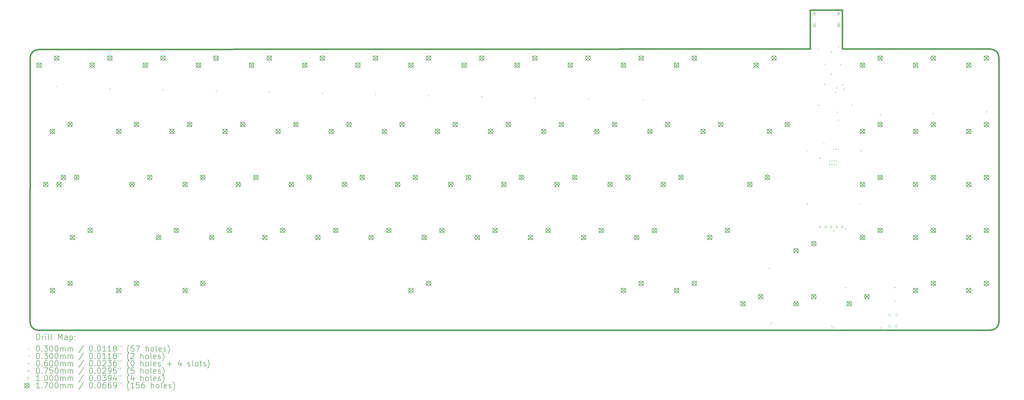
<source format=gbr>
%TF.GenerationSoftware,KiCad,Pcbnew,8.99.0-2194-gb3b7cbcab2*%
%TF.CreationDate,2024-09-18T02:21:10+07:00*%
%TF.ProjectId,Sam_,53616d5f-2e6b-4696-9361-645f70636258,rev?*%
%TF.SameCoordinates,Original*%
%TF.FileFunction,Drillmap*%
%TF.FilePolarity,Positive*%
%FSLAX45Y45*%
G04 Gerber Fmt 4.5, Leading zero omitted, Abs format (unit mm)*
G04 Created by KiCad (PCBNEW 8.99.0-2194-gb3b7cbcab2) date 2024-09-18 02:21:10*
%MOMM*%
%LPD*%
G01*
G04 APERTURE LIST*
%ADD10C,0.500000*%
%ADD11C,0.200000*%
%ADD12C,0.100000*%
%ADD13C,0.170000*%
G04 APERTURE END LIST*
D10*
X66868750Y-9979250D02*
X66870750Y-11376250D01*
X65719750Y-9978250D02*
X66868750Y-9979250D01*
X66870750Y-11376250D02*
X72178750Y-11376250D01*
X65718753Y-11376250D02*
X65719750Y-9978250D01*
X38042825Y-11390250D02*
X65718753Y-11376250D01*
X37742986Y-11673414D02*
G75*
G02*
X38042825Y-11390250I299343J-16640D01*
G01*
X37742750Y-11690250D02*
X37742986Y-11673414D01*
X37737750Y-21183514D02*
X37742750Y-11690250D01*
X38020916Y-21483014D02*
G75*
G02*
X37737750Y-21183514I16638J299342D01*
G01*
X38037750Y-21483250D02*
X38020916Y-21483014D01*
X72179750Y-21478250D02*
X38037750Y-21483250D01*
X72479750Y-21178250D02*
X72479514Y-21195083D01*
X72478750Y-11676250D02*
X72479750Y-21178250D01*
X72178750Y-11376250D02*
X72195590Y-11376486D01*
X72478750Y-11676250D02*
X72478750Y-11676250D01*
X72179750Y-21478250D02*
X72179750Y-21478250D01*
X72195590Y-11376486D02*
G75*
G02*
X72478746Y-11676250I-16640J-299334D01*
G01*
X72479514Y-21195083D02*
G75*
G02*
X72179750Y-21478246I-299334J16633D01*
G01*
D11*
D12*
X38681000Y-12700000D02*
X38711000Y-12730000D01*
X38711000Y-12700000D02*
X38681000Y-12730000D01*
X40586000Y-12788514D02*
X40616000Y-12818514D01*
X40616000Y-12788514D02*
X40586000Y-12818514D01*
X42491000Y-12828514D02*
X42521000Y-12858514D01*
X42521000Y-12828514D02*
X42491000Y-12858514D01*
X44396000Y-12868514D02*
X44426000Y-12898514D01*
X44426000Y-12868514D02*
X44396000Y-12898514D01*
X46301000Y-12912000D02*
X46331000Y-12942000D01*
X46331000Y-12912000D02*
X46301000Y-12942000D01*
X48206000Y-12950000D02*
X48236000Y-12980000D01*
X48236000Y-12950000D02*
X48206000Y-12980000D01*
X50111000Y-12988514D02*
X50141000Y-13018514D01*
X50141000Y-12988514D02*
X50111000Y-13018514D01*
X52016000Y-13028514D02*
X52046000Y-13058514D01*
X52046000Y-13028514D02*
X52016000Y-13058514D01*
X53921000Y-13068514D02*
X53951000Y-13098514D01*
X53951000Y-13068514D02*
X53921000Y-13098514D01*
X55826000Y-13108514D02*
X55856000Y-13138514D01*
X55856000Y-13108514D02*
X55826000Y-13138514D01*
X57757625Y-13148514D02*
X57787625Y-13178514D01*
X57787625Y-13148514D02*
X57757625Y-13178514D01*
X59714625Y-13193375D02*
X59744625Y-13223375D01*
X59744625Y-13193375D02*
X59714625Y-13223375D01*
X64228000Y-19241014D02*
X64258000Y-19271014D01*
X64258000Y-19241014D02*
X64228000Y-19271014D01*
X64300000Y-21206014D02*
X64330000Y-21236014D01*
X64330000Y-21206014D02*
X64300000Y-21236014D01*
X65577236Y-15014764D02*
X65607236Y-15044764D01*
X65607236Y-15014764D02*
X65577236Y-15044764D01*
X65596236Y-16919764D02*
X65626236Y-16949764D01*
X65626236Y-16919764D02*
X65596236Y-16949764D01*
X65980000Y-11367000D02*
X66010000Y-11397000D01*
X66010000Y-11367000D02*
X65980000Y-11397000D01*
X66000000Y-13379000D02*
X66030000Y-13409000D01*
X66030000Y-13379000D02*
X66000000Y-13409000D01*
X66053000Y-15279000D02*
X66083000Y-15309000D01*
X66083000Y-15279000D02*
X66053000Y-15309000D01*
X66188000Y-14757000D02*
X66218000Y-14787000D01*
X66218000Y-14757000D02*
X66188000Y-14787000D01*
X66206000Y-12627000D02*
X66236000Y-12657000D01*
X66236000Y-12627000D02*
X66206000Y-12657000D01*
X66211500Y-11902000D02*
X66241500Y-11932000D01*
X66241500Y-11902000D02*
X66211500Y-11932000D01*
X66393000Y-15379000D02*
X66423000Y-15409000D01*
X66423000Y-15379000D02*
X66393000Y-15409000D01*
X66394926Y-15501926D02*
X66424926Y-15531926D01*
X66424926Y-15501926D02*
X66394926Y-15531926D01*
X66450000Y-12263000D02*
X66480000Y-12293000D01*
X66480000Y-12263000D02*
X66450000Y-12293000D01*
X66452000Y-11459000D02*
X66482000Y-11489000D01*
X66482000Y-11459000D02*
X66452000Y-11489000D01*
X66463000Y-21319000D02*
X66493000Y-21349000D01*
X66493000Y-21319000D02*
X66463000Y-21349000D01*
X66474873Y-15499000D02*
X66504873Y-15529000D01*
X66504873Y-15499000D02*
X66474873Y-15529000D01*
X66477853Y-15379000D02*
X66507853Y-15409000D01*
X66507853Y-15379000D02*
X66477853Y-15409000D01*
X66521000Y-21382000D02*
X66551000Y-21412000D01*
X66551000Y-21382000D02*
X66521000Y-21412000D01*
X66531000Y-17891000D02*
X66561000Y-17921000D01*
X66561000Y-17891000D02*
X66531000Y-17921000D01*
X66535000Y-14954764D02*
X66565000Y-14984764D01*
X66565000Y-14954764D02*
X66535000Y-14984764D01*
X66554873Y-15499000D02*
X66584873Y-15529000D01*
X66584873Y-15499000D02*
X66554873Y-15529000D01*
X66571536Y-15361946D02*
X66601536Y-15391946D01*
X66601536Y-15361946D02*
X66571536Y-15391946D01*
X66607000Y-12919000D02*
X66637000Y-12949000D01*
X66637000Y-12919000D02*
X66607000Y-12949000D01*
X66619980Y-14954637D02*
X66649980Y-14984637D01*
X66649980Y-14954637D02*
X66619980Y-14984637D01*
X66634328Y-15508324D02*
X66664328Y-15538324D01*
X66664328Y-15508324D02*
X66634328Y-15538324D01*
X66647000Y-12755000D02*
X66677000Y-12785000D01*
X66677000Y-12755000D02*
X66647000Y-12785000D01*
X66649697Y-15379000D02*
X66679697Y-15409000D01*
X66679697Y-15379000D02*
X66649697Y-15409000D01*
X66667000Y-13628000D02*
X66697000Y-13658000D01*
X66697000Y-13628000D02*
X66667000Y-13658000D01*
X66700507Y-14954764D02*
X66730507Y-14984764D01*
X66730507Y-14954764D02*
X66700507Y-14984764D01*
X66707000Y-13909000D02*
X66737000Y-13939000D01*
X66737000Y-13909000D02*
X66707000Y-13939000D01*
X66708000Y-11276000D02*
X66738000Y-11306000D01*
X66738000Y-11276000D02*
X66708000Y-11306000D01*
X66784000Y-11915000D02*
X66814000Y-11945000D01*
X66814000Y-11915000D02*
X66784000Y-11945000D01*
X66855000Y-12642000D02*
X66885000Y-12672000D01*
X66885000Y-12642000D02*
X66855000Y-12672000D01*
X66903000Y-12794000D02*
X66933000Y-12824000D01*
X66933000Y-12794000D02*
X66903000Y-12824000D01*
X66947799Y-17821761D02*
X66977799Y-17851761D01*
X66977799Y-17821761D02*
X66947799Y-17851761D01*
X66959000Y-19933000D02*
X66989000Y-19963000D01*
X66989000Y-19933000D02*
X66959000Y-19963000D01*
X67204000Y-13359000D02*
X67234000Y-13389000D01*
X67234000Y-13359000D02*
X67204000Y-13389000D01*
X67478000Y-16923000D02*
X67508000Y-16953000D01*
X67508000Y-16923000D02*
X67478000Y-16953000D01*
X67523000Y-15011000D02*
X67553000Y-15041000D01*
X67553000Y-15011000D02*
X67523000Y-15041000D01*
X68208500Y-13726000D02*
X68238500Y-13756000D01*
X68238500Y-13726000D02*
X68208500Y-13756000D01*
X68213000Y-21383829D02*
X68243000Y-21413829D01*
X68243000Y-21383829D02*
X68213000Y-21413829D01*
X68734000Y-19929000D02*
X68764000Y-19959000D01*
X68764000Y-19929000D02*
X68734000Y-19959000D01*
X68741000Y-20419000D02*
X68771000Y-20449000D01*
X68771000Y-20419000D02*
X68741000Y-20449000D01*
X70113500Y-13676000D02*
X70143500Y-13706000D01*
X70143500Y-13676000D02*
X70113500Y-13706000D01*
X72018500Y-13616000D02*
X72048500Y-13646000D01*
X72048500Y-13616000D02*
X72018500Y-13646000D01*
X39909060Y-17766250D02*
G75*
G02*
X39879060Y-17766250I-15000J0D01*
G01*
X39879060Y-17766250D02*
G75*
G02*
X39909060Y-17766250I15000J0D01*
G01*
X64197810Y-15861250D02*
G75*
G02*
X64167810Y-15861250I-15000J0D01*
G01*
X64167810Y-15861250D02*
G75*
G02*
X64197810Y-15861250I15000J0D01*
G01*
X65863250Y-10062750D02*
X65863250Y-10122750D01*
X65833250Y-10092750D02*
X65893250Y-10092750D01*
X65833250Y-10052750D02*
X65833250Y-10132750D01*
X65893250Y-10132750D02*
G75*
G02*
X65833250Y-10132750I-30000J0D01*
G01*
X65893250Y-10132750D02*
X65893250Y-10052750D01*
X65893250Y-10052750D02*
G75*
G03*
X65833250Y-10052750I-30000J0D01*
G01*
X65863250Y-10480750D02*
X65863250Y-10540750D01*
X65833250Y-10510750D02*
X65893250Y-10510750D01*
X65833250Y-10455750D02*
X65833250Y-10565750D01*
X65893250Y-10565750D02*
G75*
G02*
X65833250Y-10565750I-30000J0D01*
G01*
X65893250Y-10565750D02*
X65893250Y-10455750D01*
X65893250Y-10455750D02*
G75*
G03*
X65833250Y-10455750I-30000J0D01*
G01*
X66727250Y-10062750D02*
X66727250Y-10122750D01*
X66697250Y-10092750D02*
X66757250Y-10092750D01*
X66697250Y-10052750D02*
X66697250Y-10132750D01*
X66757250Y-10132750D02*
G75*
G02*
X66697250Y-10132750I-30000J0D01*
G01*
X66757250Y-10132750D02*
X66757250Y-10052750D01*
X66757250Y-10052750D02*
G75*
G03*
X66697250Y-10052750I-30000J0D01*
G01*
X66727250Y-10480750D02*
X66727250Y-10540750D01*
X66697250Y-10510750D02*
X66757250Y-10510750D01*
X66697250Y-10455750D02*
X66697250Y-10565750D01*
X66757250Y-10565750D02*
G75*
G02*
X66697250Y-10565750I-30000J0D01*
G01*
X66757250Y-10565750D02*
X66757250Y-10455750D01*
X66757250Y-10455750D02*
G75*
G03*
X66697250Y-10455750I-30000J0D01*
G01*
X66089517Y-17789517D02*
X66089517Y-17736483D01*
X66036483Y-17736483D01*
X66036483Y-17789517D01*
X66089517Y-17789517D01*
X66289517Y-17789517D02*
X66289517Y-17736483D01*
X66236483Y-17736483D01*
X66236483Y-17789517D01*
X66289517Y-17789517D01*
X66489517Y-17789517D02*
X66489517Y-17736483D01*
X66436483Y-17736483D01*
X66436483Y-17789517D01*
X66489517Y-17789517D01*
X66689517Y-17789517D02*
X66689517Y-17736483D01*
X66636483Y-17736483D01*
X66636483Y-17789517D01*
X66689517Y-17789517D01*
X66889517Y-17789517D02*
X66889517Y-17736483D01*
X66836483Y-17736483D01*
X66836483Y-17789517D01*
X66889517Y-17789517D01*
X68551000Y-20982000D02*
X68601000Y-20932000D01*
X68551000Y-20882000D01*
X68501000Y-20932000D01*
X68551000Y-20982000D01*
X68552000Y-21383000D02*
X68602000Y-21333000D01*
X68552000Y-21283000D01*
X68502000Y-21333000D01*
X68552000Y-21383000D01*
X68801000Y-20982000D02*
X68851000Y-20932000D01*
X68801000Y-20882000D01*
X68751000Y-20932000D01*
X68801000Y-20982000D01*
X68802000Y-21383000D02*
X68852000Y-21333000D01*
X68802000Y-21283000D01*
X68752000Y-21333000D01*
X68802000Y-21383000D01*
D13*
X37976000Y-11870000D02*
X38146000Y-12040000D01*
X38146000Y-11870000D02*
X37976000Y-12040000D01*
X38146000Y-11955000D02*
G75*
G02*
X37976000Y-11955000I-85000J0D01*
G01*
X37976000Y-11955000D02*
G75*
G02*
X38146000Y-11955000I85000J0D01*
G01*
X38214100Y-16156250D02*
X38384100Y-16326250D01*
X38384100Y-16156250D02*
X38214100Y-16326250D01*
X38384100Y-16241250D02*
G75*
G02*
X38214100Y-16241250I-85000J0D01*
G01*
X38214100Y-16241250D02*
G75*
G02*
X38384100Y-16241250I85000J0D01*
G01*
X38452300Y-14251250D02*
X38622300Y-14421250D01*
X38622300Y-14251250D02*
X38452300Y-14421250D01*
X38622300Y-14336250D02*
G75*
G02*
X38452300Y-14336250I-85000J0D01*
G01*
X38452300Y-14336250D02*
G75*
G02*
X38622300Y-14336250I85000J0D01*
G01*
X38452300Y-19966250D02*
X38622300Y-20136250D01*
X38622300Y-19966250D02*
X38452300Y-20136250D01*
X38622300Y-20051250D02*
G75*
G02*
X38452300Y-20051250I-85000J0D01*
G01*
X38452300Y-20051250D02*
G75*
G02*
X38622300Y-20051250I85000J0D01*
G01*
X38611000Y-11616000D02*
X38781000Y-11786000D01*
X38781000Y-11616000D02*
X38611000Y-11786000D01*
X38781000Y-11701000D02*
G75*
G02*
X38611000Y-11701000I-85000J0D01*
G01*
X38611000Y-11701000D02*
G75*
G02*
X38781000Y-11701000I85000J0D01*
G01*
X38690400Y-16156250D02*
X38860400Y-16326250D01*
X38860400Y-16156250D02*
X38690400Y-16326250D01*
X38860400Y-16241250D02*
G75*
G02*
X38690400Y-16241250I-85000J0D01*
G01*
X38690400Y-16241250D02*
G75*
G02*
X38860400Y-16241250I85000J0D01*
G01*
X38849100Y-15902250D02*
X39019100Y-16072250D01*
X39019100Y-15902250D02*
X38849100Y-16072250D01*
X39019100Y-15987250D02*
G75*
G02*
X38849100Y-15987250I-85000J0D01*
G01*
X38849100Y-15987250D02*
G75*
G02*
X39019100Y-15987250I85000J0D01*
G01*
X39087300Y-13997250D02*
X39257300Y-14167250D01*
X39257300Y-13997250D02*
X39087300Y-14167250D01*
X39257300Y-14082250D02*
G75*
G02*
X39087300Y-14082250I-85000J0D01*
G01*
X39087300Y-14082250D02*
G75*
G02*
X39257300Y-14082250I85000J0D01*
G01*
X39087300Y-19712250D02*
X39257300Y-19882250D01*
X39257300Y-19712250D02*
X39087300Y-19882250D01*
X39257300Y-19797250D02*
G75*
G02*
X39087300Y-19797250I-85000J0D01*
G01*
X39087300Y-19797250D02*
G75*
G02*
X39257300Y-19797250I85000J0D01*
G01*
X39174060Y-18061250D02*
X39344060Y-18231250D01*
X39344060Y-18061250D02*
X39174060Y-18231250D01*
X39344060Y-18146250D02*
G75*
G02*
X39174060Y-18146250I-85000J0D01*
G01*
X39174060Y-18146250D02*
G75*
G02*
X39344060Y-18146250I85000J0D01*
G01*
X39325400Y-15902250D02*
X39495400Y-16072250D01*
X39495400Y-15902250D02*
X39325400Y-16072250D01*
X39495400Y-15987250D02*
G75*
G02*
X39325400Y-15987250I-85000J0D01*
G01*
X39325400Y-15987250D02*
G75*
G02*
X39495400Y-15987250I85000J0D01*
G01*
X39809060Y-17807250D02*
X39979060Y-17977250D01*
X39979060Y-17807250D02*
X39809060Y-17977250D01*
X39979060Y-17892250D02*
G75*
G02*
X39809060Y-17892250I-85000J0D01*
G01*
X39809060Y-17892250D02*
G75*
G02*
X39979060Y-17892250I85000J0D01*
G01*
X39881000Y-11870000D02*
X40051000Y-12040000D01*
X40051000Y-11870000D02*
X39881000Y-12040000D01*
X40051000Y-11955000D02*
G75*
G02*
X39881000Y-11955000I-85000J0D01*
G01*
X39881000Y-11955000D02*
G75*
G02*
X40051000Y-11955000I85000J0D01*
G01*
X40516000Y-11616000D02*
X40686000Y-11786000D01*
X40686000Y-11616000D02*
X40516000Y-11786000D01*
X40686000Y-11701000D02*
G75*
G02*
X40516000Y-11701000I-85000J0D01*
G01*
X40516000Y-11701000D02*
G75*
G02*
X40686000Y-11701000I85000J0D01*
G01*
X40833500Y-14251250D02*
X41003500Y-14421250D01*
X41003500Y-14251250D02*
X40833500Y-14421250D01*
X41003500Y-14336250D02*
G75*
G02*
X40833500Y-14336250I-85000J0D01*
G01*
X40833500Y-14336250D02*
G75*
G02*
X41003500Y-14336250I85000J0D01*
G01*
X40833500Y-19966250D02*
X41003500Y-20136250D01*
X41003500Y-19966250D02*
X40833500Y-20136250D01*
X41003500Y-20051250D02*
G75*
G02*
X40833500Y-20051250I-85000J0D01*
G01*
X40833500Y-20051250D02*
G75*
G02*
X41003500Y-20051250I85000J0D01*
G01*
X41309750Y-16156250D02*
X41479750Y-16326250D01*
X41479750Y-16156250D02*
X41309750Y-16326250D01*
X41479750Y-16241250D02*
G75*
G02*
X41309750Y-16241250I-85000J0D01*
G01*
X41309750Y-16241250D02*
G75*
G02*
X41479750Y-16241250I85000J0D01*
G01*
X41468500Y-13997250D02*
X41638500Y-14167250D01*
X41638500Y-13997250D02*
X41468500Y-14167250D01*
X41638500Y-14082250D02*
G75*
G02*
X41468500Y-14082250I-85000J0D01*
G01*
X41468500Y-14082250D02*
G75*
G02*
X41638500Y-14082250I85000J0D01*
G01*
X41468500Y-19712250D02*
X41638500Y-19882250D01*
X41638500Y-19712250D02*
X41468500Y-19882250D01*
X41638500Y-19797250D02*
G75*
G02*
X41468500Y-19797250I-85000J0D01*
G01*
X41468500Y-19797250D02*
G75*
G02*
X41638500Y-19797250I85000J0D01*
G01*
X41786000Y-11870000D02*
X41956000Y-12040000D01*
X41956000Y-11870000D02*
X41786000Y-12040000D01*
X41956000Y-11955000D02*
G75*
G02*
X41786000Y-11955000I-85000J0D01*
G01*
X41786000Y-11955000D02*
G75*
G02*
X41956000Y-11955000I85000J0D01*
G01*
X41944750Y-15902250D02*
X42114750Y-16072250D01*
X42114750Y-15902250D02*
X41944750Y-16072250D01*
X42114750Y-15987250D02*
G75*
G02*
X41944750Y-15987250I-85000J0D01*
G01*
X41944750Y-15987250D02*
G75*
G02*
X42114750Y-15987250I85000J0D01*
G01*
X42262250Y-18061250D02*
X42432250Y-18231250D01*
X42432250Y-18061250D02*
X42262250Y-18231250D01*
X42432250Y-18146250D02*
G75*
G02*
X42262250Y-18146250I-85000J0D01*
G01*
X42262250Y-18146250D02*
G75*
G02*
X42432250Y-18146250I85000J0D01*
G01*
X42421000Y-11616000D02*
X42591000Y-11786000D01*
X42591000Y-11616000D02*
X42421000Y-11786000D01*
X42591000Y-11701000D02*
G75*
G02*
X42421000Y-11701000I-85000J0D01*
G01*
X42421000Y-11701000D02*
G75*
G02*
X42591000Y-11701000I85000J0D01*
G01*
X42738500Y-14251250D02*
X42908500Y-14421250D01*
X42908500Y-14251250D02*
X42738500Y-14421250D01*
X42908500Y-14336250D02*
G75*
G02*
X42738500Y-14336250I-85000J0D01*
G01*
X42738500Y-14336250D02*
G75*
G02*
X42908500Y-14336250I85000J0D01*
G01*
X42897250Y-17807250D02*
X43067250Y-17977250D01*
X43067250Y-17807250D02*
X42897250Y-17977250D01*
X43067250Y-17892250D02*
G75*
G02*
X42897250Y-17892250I-85000J0D01*
G01*
X42897250Y-17892250D02*
G75*
G02*
X43067250Y-17892250I85000J0D01*
G01*
X43214750Y-16156250D02*
X43384750Y-16326250D01*
X43384750Y-16156250D02*
X43214750Y-16326250D01*
X43384750Y-16241250D02*
G75*
G02*
X43214750Y-16241250I-85000J0D01*
G01*
X43214750Y-16241250D02*
G75*
G02*
X43384750Y-16241250I85000J0D01*
G01*
X43214800Y-19966250D02*
X43384800Y-20136250D01*
X43384800Y-19966250D02*
X43214800Y-20136250D01*
X43384800Y-20051250D02*
G75*
G02*
X43214800Y-20051250I-85000J0D01*
G01*
X43214800Y-20051250D02*
G75*
G02*
X43384800Y-20051250I85000J0D01*
G01*
X43373500Y-13997250D02*
X43543500Y-14167250D01*
X43543500Y-13997250D02*
X43373500Y-14167250D01*
X43543500Y-14082250D02*
G75*
G02*
X43373500Y-14082250I-85000J0D01*
G01*
X43373500Y-14082250D02*
G75*
G02*
X43543500Y-14082250I85000J0D01*
G01*
X43691000Y-11870000D02*
X43861000Y-12040000D01*
X43861000Y-11870000D02*
X43691000Y-12040000D01*
X43861000Y-11955000D02*
G75*
G02*
X43691000Y-11955000I-85000J0D01*
G01*
X43691000Y-11955000D02*
G75*
G02*
X43861000Y-11955000I85000J0D01*
G01*
X43849750Y-15902250D02*
X44019750Y-16072250D01*
X44019750Y-15902250D02*
X43849750Y-16072250D01*
X44019750Y-15987250D02*
G75*
G02*
X43849750Y-15987250I-85000J0D01*
G01*
X43849750Y-15987250D02*
G75*
G02*
X44019750Y-15987250I85000J0D01*
G01*
X43849800Y-19712250D02*
X44019800Y-19882250D01*
X44019800Y-19712250D02*
X43849800Y-19882250D01*
X44019800Y-19797250D02*
G75*
G02*
X43849800Y-19797250I-85000J0D01*
G01*
X43849800Y-19797250D02*
G75*
G02*
X44019800Y-19797250I85000J0D01*
G01*
X44167250Y-18061250D02*
X44337250Y-18231250D01*
X44337250Y-18061250D02*
X44167250Y-18231250D01*
X44337250Y-18146250D02*
G75*
G02*
X44167250Y-18146250I-85000J0D01*
G01*
X44167250Y-18146250D02*
G75*
G02*
X44337250Y-18146250I85000J0D01*
G01*
X44326000Y-11616000D02*
X44496000Y-11786000D01*
X44496000Y-11616000D02*
X44326000Y-11786000D01*
X44496000Y-11701000D02*
G75*
G02*
X44326000Y-11701000I-85000J0D01*
G01*
X44326000Y-11701000D02*
G75*
G02*
X44496000Y-11701000I85000J0D01*
G01*
X44643500Y-14251250D02*
X44813500Y-14421250D01*
X44813500Y-14251250D02*
X44643500Y-14421250D01*
X44813500Y-14336250D02*
G75*
G02*
X44643500Y-14336250I-85000J0D01*
G01*
X44643500Y-14336250D02*
G75*
G02*
X44813500Y-14336250I85000J0D01*
G01*
X44802250Y-17807250D02*
X44972250Y-17977250D01*
X44972250Y-17807250D02*
X44802250Y-17977250D01*
X44972250Y-17892250D02*
G75*
G02*
X44802250Y-17892250I-85000J0D01*
G01*
X44802250Y-17892250D02*
G75*
G02*
X44972250Y-17892250I85000J0D01*
G01*
X45119750Y-16156250D02*
X45289750Y-16326250D01*
X45289750Y-16156250D02*
X45119750Y-16326250D01*
X45289750Y-16241250D02*
G75*
G02*
X45119750Y-16241250I-85000J0D01*
G01*
X45119750Y-16241250D02*
G75*
G02*
X45289750Y-16241250I85000J0D01*
G01*
X45278500Y-13997250D02*
X45448500Y-14167250D01*
X45448500Y-13997250D02*
X45278500Y-14167250D01*
X45448500Y-14082250D02*
G75*
G02*
X45278500Y-14082250I-85000J0D01*
G01*
X45278500Y-14082250D02*
G75*
G02*
X45448500Y-14082250I85000J0D01*
G01*
X45596000Y-11870000D02*
X45766000Y-12040000D01*
X45766000Y-11870000D02*
X45596000Y-12040000D01*
X45766000Y-11955000D02*
G75*
G02*
X45596000Y-11955000I-85000J0D01*
G01*
X45596000Y-11955000D02*
G75*
G02*
X45766000Y-11955000I85000J0D01*
G01*
X45754750Y-15902250D02*
X45924750Y-16072250D01*
X45924750Y-15902250D02*
X45754750Y-16072250D01*
X45924750Y-15987250D02*
G75*
G02*
X45754750Y-15987250I-85000J0D01*
G01*
X45754750Y-15987250D02*
G75*
G02*
X45924750Y-15987250I85000J0D01*
G01*
X46072250Y-18061250D02*
X46242250Y-18231250D01*
X46242250Y-18061250D02*
X46072250Y-18231250D01*
X46242250Y-18146250D02*
G75*
G02*
X46072250Y-18146250I-85000J0D01*
G01*
X46072250Y-18146250D02*
G75*
G02*
X46242250Y-18146250I85000J0D01*
G01*
X46231000Y-11616000D02*
X46401000Y-11786000D01*
X46401000Y-11616000D02*
X46231000Y-11786000D01*
X46401000Y-11701000D02*
G75*
G02*
X46231000Y-11701000I-85000J0D01*
G01*
X46231000Y-11701000D02*
G75*
G02*
X46401000Y-11701000I85000J0D01*
G01*
X46548500Y-14251250D02*
X46718500Y-14421250D01*
X46718500Y-14251250D02*
X46548500Y-14421250D01*
X46718500Y-14336250D02*
G75*
G02*
X46548500Y-14336250I-85000J0D01*
G01*
X46548500Y-14336250D02*
G75*
G02*
X46718500Y-14336250I85000J0D01*
G01*
X46707250Y-17807250D02*
X46877250Y-17977250D01*
X46877250Y-17807250D02*
X46707250Y-17977250D01*
X46877250Y-17892250D02*
G75*
G02*
X46707250Y-17892250I-85000J0D01*
G01*
X46707250Y-17892250D02*
G75*
G02*
X46877250Y-17892250I85000J0D01*
G01*
X47024750Y-16156250D02*
X47194750Y-16326250D01*
X47194750Y-16156250D02*
X47024750Y-16326250D01*
X47194750Y-16241250D02*
G75*
G02*
X47024750Y-16241250I-85000J0D01*
G01*
X47024750Y-16241250D02*
G75*
G02*
X47194750Y-16241250I85000J0D01*
G01*
X47183500Y-13997250D02*
X47353500Y-14167250D01*
X47353500Y-13997250D02*
X47183500Y-14167250D01*
X47353500Y-14082250D02*
G75*
G02*
X47183500Y-14082250I-85000J0D01*
G01*
X47183500Y-14082250D02*
G75*
G02*
X47353500Y-14082250I85000J0D01*
G01*
X47501000Y-11870000D02*
X47671000Y-12040000D01*
X47671000Y-11870000D02*
X47501000Y-12040000D01*
X47671000Y-11955000D02*
G75*
G02*
X47501000Y-11955000I-85000J0D01*
G01*
X47501000Y-11955000D02*
G75*
G02*
X47671000Y-11955000I85000J0D01*
G01*
X47659750Y-15902250D02*
X47829750Y-16072250D01*
X47829750Y-15902250D02*
X47659750Y-16072250D01*
X47829750Y-15987250D02*
G75*
G02*
X47659750Y-15987250I-85000J0D01*
G01*
X47659750Y-15987250D02*
G75*
G02*
X47829750Y-15987250I85000J0D01*
G01*
X47977250Y-18061250D02*
X48147250Y-18231250D01*
X48147250Y-18061250D02*
X47977250Y-18231250D01*
X48147250Y-18146250D02*
G75*
G02*
X47977250Y-18146250I-85000J0D01*
G01*
X47977250Y-18146250D02*
G75*
G02*
X48147250Y-18146250I85000J0D01*
G01*
X48136000Y-11616000D02*
X48306000Y-11786000D01*
X48306000Y-11616000D02*
X48136000Y-11786000D01*
X48306000Y-11701000D02*
G75*
G02*
X48136000Y-11701000I-85000J0D01*
G01*
X48136000Y-11701000D02*
G75*
G02*
X48306000Y-11701000I85000J0D01*
G01*
X48453500Y-14251250D02*
X48623500Y-14421250D01*
X48623500Y-14251250D02*
X48453500Y-14421250D01*
X48623500Y-14336250D02*
G75*
G02*
X48453500Y-14336250I-85000J0D01*
G01*
X48453500Y-14336250D02*
G75*
G02*
X48623500Y-14336250I85000J0D01*
G01*
X48612250Y-17807250D02*
X48782250Y-17977250D01*
X48782250Y-17807250D02*
X48612250Y-17977250D01*
X48782250Y-17892250D02*
G75*
G02*
X48612250Y-17892250I-85000J0D01*
G01*
X48612250Y-17892250D02*
G75*
G02*
X48782250Y-17892250I85000J0D01*
G01*
X48929750Y-16156250D02*
X49099750Y-16326250D01*
X49099750Y-16156250D02*
X48929750Y-16326250D01*
X49099750Y-16241250D02*
G75*
G02*
X48929750Y-16241250I-85000J0D01*
G01*
X48929750Y-16241250D02*
G75*
G02*
X49099750Y-16241250I85000J0D01*
G01*
X49088500Y-13997250D02*
X49258500Y-14167250D01*
X49258500Y-13997250D02*
X49088500Y-14167250D01*
X49258500Y-14082250D02*
G75*
G02*
X49088500Y-14082250I-85000J0D01*
G01*
X49088500Y-14082250D02*
G75*
G02*
X49258500Y-14082250I85000J0D01*
G01*
X49406000Y-11870000D02*
X49576000Y-12040000D01*
X49576000Y-11870000D02*
X49406000Y-12040000D01*
X49576000Y-11955000D02*
G75*
G02*
X49406000Y-11955000I-85000J0D01*
G01*
X49406000Y-11955000D02*
G75*
G02*
X49576000Y-11955000I85000J0D01*
G01*
X49564750Y-15902250D02*
X49734750Y-16072250D01*
X49734750Y-15902250D02*
X49564750Y-16072250D01*
X49734750Y-15987250D02*
G75*
G02*
X49564750Y-15987250I-85000J0D01*
G01*
X49564750Y-15987250D02*
G75*
G02*
X49734750Y-15987250I85000J0D01*
G01*
X49882250Y-18061250D02*
X50052250Y-18231250D01*
X50052250Y-18061250D02*
X49882250Y-18231250D01*
X50052250Y-18146250D02*
G75*
G02*
X49882250Y-18146250I-85000J0D01*
G01*
X49882250Y-18146250D02*
G75*
G02*
X50052250Y-18146250I85000J0D01*
G01*
X50041000Y-11616000D02*
X50211000Y-11786000D01*
X50211000Y-11616000D02*
X50041000Y-11786000D01*
X50211000Y-11701000D02*
G75*
G02*
X50041000Y-11701000I-85000J0D01*
G01*
X50041000Y-11701000D02*
G75*
G02*
X50211000Y-11701000I85000J0D01*
G01*
X50358500Y-14251250D02*
X50528500Y-14421250D01*
X50528500Y-14251250D02*
X50358500Y-14421250D01*
X50528500Y-14336250D02*
G75*
G02*
X50358500Y-14336250I-85000J0D01*
G01*
X50358500Y-14336250D02*
G75*
G02*
X50528500Y-14336250I85000J0D01*
G01*
X50517250Y-17807250D02*
X50687250Y-17977250D01*
X50687250Y-17807250D02*
X50517250Y-17977250D01*
X50687250Y-17892250D02*
G75*
G02*
X50517250Y-17892250I-85000J0D01*
G01*
X50517250Y-17892250D02*
G75*
G02*
X50687250Y-17892250I85000J0D01*
G01*
X50834750Y-16156250D02*
X51004750Y-16326250D01*
X51004750Y-16156250D02*
X50834750Y-16326250D01*
X51004750Y-16241250D02*
G75*
G02*
X50834750Y-16241250I-85000J0D01*
G01*
X50834750Y-16241250D02*
G75*
G02*
X51004750Y-16241250I85000J0D01*
G01*
X50993500Y-13997250D02*
X51163500Y-14167250D01*
X51163500Y-13997250D02*
X50993500Y-14167250D01*
X51163500Y-14082250D02*
G75*
G02*
X50993500Y-14082250I-85000J0D01*
G01*
X50993500Y-14082250D02*
G75*
G02*
X51163500Y-14082250I85000J0D01*
G01*
X51311000Y-11870000D02*
X51481000Y-12040000D01*
X51481000Y-11870000D02*
X51311000Y-12040000D01*
X51481000Y-11955000D02*
G75*
G02*
X51311000Y-11955000I-85000J0D01*
G01*
X51311000Y-11955000D02*
G75*
G02*
X51481000Y-11955000I85000J0D01*
G01*
X51311000Y-19966250D02*
X51481000Y-20136250D01*
X51481000Y-19966250D02*
X51311000Y-20136250D01*
X51481000Y-20051250D02*
G75*
G02*
X51311000Y-20051250I-85000J0D01*
G01*
X51311000Y-20051250D02*
G75*
G02*
X51481000Y-20051250I85000J0D01*
G01*
X51469750Y-15902250D02*
X51639750Y-16072250D01*
X51639750Y-15902250D02*
X51469750Y-16072250D01*
X51639750Y-15987250D02*
G75*
G02*
X51469750Y-15987250I-85000J0D01*
G01*
X51469750Y-15987250D02*
G75*
G02*
X51639750Y-15987250I85000J0D01*
G01*
X51787250Y-18061250D02*
X51957250Y-18231250D01*
X51957250Y-18061250D02*
X51787250Y-18231250D01*
X51957250Y-18146250D02*
G75*
G02*
X51787250Y-18146250I-85000J0D01*
G01*
X51787250Y-18146250D02*
G75*
G02*
X51957250Y-18146250I85000J0D01*
G01*
X51946000Y-11616000D02*
X52116000Y-11786000D01*
X52116000Y-11616000D02*
X51946000Y-11786000D01*
X52116000Y-11701000D02*
G75*
G02*
X51946000Y-11701000I-85000J0D01*
G01*
X51946000Y-11701000D02*
G75*
G02*
X52116000Y-11701000I85000J0D01*
G01*
X51946000Y-19712250D02*
X52116000Y-19882250D01*
X52116000Y-19712250D02*
X51946000Y-19882250D01*
X52116000Y-19797250D02*
G75*
G02*
X51946000Y-19797250I-85000J0D01*
G01*
X51946000Y-19797250D02*
G75*
G02*
X52116000Y-19797250I85000J0D01*
G01*
X52263500Y-14251250D02*
X52433500Y-14421250D01*
X52433500Y-14251250D02*
X52263500Y-14421250D01*
X52433500Y-14336250D02*
G75*
G02*
X52263500Y-14336250I-85000J0D01*
G01*
X52263500Y-14336250D02*
G75*
G02*
X52433500Y-14336250I85000J0D01*
G01*
X52422250Y-17807250D02*
X52592250Y-17977250D01*
X52592250Y-17807250D02*
X52422250Y-17977250D01*
X52592250Y-17892250D02*
G75*
G02*
X52422250Y-17892250I-85000J0D01*
G01*
X52422250Y-17892250D02*
G75*
G02*
X52592250Y-17892250I85000J0D01*
G01*
X52739750Y-16156250D02*
X52909750Y-16326250D01*
X52909750Y-16156250D02*
X52739750Y-16326250D01*
X52909750Y-16241250D02*
G75*
G02*
X52739750Y-16241250I-85000J0D01*
G01*
X52739750Y-16241250D02*
G75*
G02*
X52909750Y-16241250I85000J0D01*
G01*
X52898500Y-13997250D02*
X53068500Y-14167250D01*
X53068500Y-13997250D02*
X52898500Y-14167250D01*
X53068500Y-14082250D02*
G75*
G02*
X52898500Y-14082250I-85000J0D01*
G01*
X52898500Y-14082250D02*
G75*
G02*
X53068500Y-14082250I85000J0D01*
G01*
X53216000Y-11870000D02*
X53386000Y-12040000D01*
X53386000Y-11870000D02*
X53216000Y-12040000D01*
X53386000Y-11955000D02*
G75*
G02*
X53216000Y-11955000I-85000J0D01*
G01*
X53216000Y-11955000D02*
G75*
G02*
X53386000Y-11955000I85000J0D01*
G01*
X53374750Y-15902250D02*
X53544750Y-16072250D01*
X53544750Y-15902250D02*
X53374750Y-16072250D01*
X53544750Y-15987250D02*
G75*
G02*
X53374750Y-15987250I-85000J0D01*
G01*
X53374750Y-15987250D02*
G75*
G02*
X53544750Y-15987250I85000J0D01*
G01*
X53692250Y-18061250D02*
X53862250Y-18231250D01*
X53862250Y-18061250D02*
X53692250Y-18231250D01*
X53862250Y-18146250D02*
G75*
G02*
X53692250Y-18146250I-85000J0D01*
G01*
X53692250Y-18146250D02*
G75*
G02*
X53862250Y-18146250I85000J0D01*
G01*
X53851000Y-11616000D02*
X54021000Y-11786000D01*
X54021000Y-11616000D02*
X53851000Y-11786000D01*
X54021000Y-11701000D02*
G75*
G02*
X53851000Y-11701000I-85000J0D01*
G01*
X53851000Y-11701000D02*
G75*
G02*
X54021000Y-11701000I85000J0D01*
G01*
X54168500Y-14251250D02*
X54338500Y-14421250D01*
X54338500Y-14251250D02*
X54168500Y-14421250D01*
X54338500Y-14336250D02*
G75*
G02*
X54168500Y-14336250I-85000J0D01*
G01*
X54168500Y-14336250D02*
G75*
G02*
X54338500Y-14336250I85000J0D01*
G01*
X54327250Y-17807250D02*
X54497250Y-17977250D01*
X54497250Y-17807250D02*
X54327250Y-17977250D01*
X54497250Y-17892250D02*
G75*
G02*
X54327250Y-17892250I-85000J0D01*
G01*
X54327250Y-17892250D02*
G75*
G02*
X54497250Y-17892250I85000J0D01*
G01*
X54644750Y-16156250D02*
X54814750Y-16326250D01*
X54814750Y-16156250D02*
X54644750Y-16326250D01*
X54814750Y-16241250D02*
G75*
G02*
X54644750Y-16241250I-85000J0D01*
G01*
X54644750Y-16241250D02*
G75*
G02*
X54814750Y-16241250I85000J0D01*
G01*
X54803500Y-13997250D02*
X54973500Y-14167250D01*
X54973500Y-13997250D02*
X54803500Y-14167250D01*
X54973500Y-14082250D02*
G75*
G02*
X54803500Y-14082250I-85000J0D01*
G01*
X54803500Y-14082250D02*
G75*
G02*
X54973500Y-14082250I85000J0D01*
G01*
X55121000Y-11870000D02*
X55291000Y-12040000D01*
X55291000Y-11870000D02*
X55121000Y-12040000D01*
X55291000Y-11955000D02*
G75*
G02*
X55121000Y-11955000I-85000J0D01*
G01*
X55121000Y-11955000D02*
G75*
G02*
X55291000Y-11955000I85000J0D01*
G01*
X55279750Y-15902250D02*
X55449750Y-16072250D01*
X55449750Y-15902250D02*
X55279750Y-16072250D01*
X55449750Y-15987250D02*
G75*
G02*
X55279750Y-15987250I-85000J0D01*
G01*
X55279750Y-15987250D02*
G75*
G02*
X55449750Y-15987250I85000J0D01*
G01*
X55597250Y-18061250D02*
X55767250Y-18231250D01*
X55767250Y-18061250D02*
X55597250Y-18231250D01*
X55767250Y-18146250D02*
G75*
G02*
X55597250Y-18146250I-85000J0D01*
G01*
X55597250Y-18146250D02*
G75*
G02*
X55767250Y-18146250I85000J0D01*
G01*
X55756000Y-11616000D02*
X55926000Y-11786000D01*
X55926000Y-11616000D02*
X55756000Y-11786000D01*
X55926000Y-11701000D02*
G75*
G02*
X55756000Y-11701000I-85000J0D01*
G01*
X55756000Y-11701000D02*
G75*
G02*
X55926000Y-11701000I85000J0D01*
G01*
X56073500Y-14251250D02*
X56243500Y-14421250D01*
X56243500Y-14251250D02*
X56073500Y-14421250D01*
X56243500Y-14336250D02*
G75*
G02*
X56073500Y-14336250I-85000J0D01*
G01*
X56073500Y-14336250D02*
G75*
G02*
X56243500Y-14336250I85000J0D01*
G01*
X56232250Y-17807250D02*
X56402250Y-17977250D01*
X56402250Y-17807250D02*
X56232250Y-17977250D01*
X56402250Y-17892250D02*
G75*
G02*
X56232250Y-17892250I-85000J0D01*
G01*
X56232250Y-17892250D02*
G75*
G02*
X56402250Y-17892250I85000J0D01*
G01*
X56549750Y-16156250D02*
X56719750Y-16326250D01*
X56719750Y-16156250D02*
X56549750Y-16326250D01*
X56719750Y-16241250D02*
G75*
G02*
X56549750Y-16241250I-85000J0D01*
G01*
X56549750Y-16241250D02*
G75*
G02*
X56719750Y-16241250I85000J0D01*
G01*
X56708500Y-13997250D02*
X56878500Y-14167250D01*
X56878500Y-13997250D02*
X56708500Y-14167250D01*
X56878500Y-14082250D02*
G75*
G02*
X56708500Y-14082250I-85000J0D01*
G01*
X56708500Y-14082250D02*
G75*
G02*
X56878500Y-14082250I85000J0D01*
G01*
X57026000Y-11870000D02*
X57196000Y-12040000D01*
X57196000Y-11870000D02*
X57026000Y-12040000D01*
X57196000Y-11955000D02*
G75*
G02*
X57026000Y-11955000I-85000J0D01*
G01*
X57026000Y-11955000D02*
G75*
G02*
X57196000Y-11955000I85000J0D01*
G01*
X57184750Y-15902250D02*
X57354750Y-16072250D01*
X57354750Y-15902250D02*
X57184750Y-16072250D01*
X57354750Y-15987250D02*
G75*
G02*
X57184750Y-15987250I-85000J0D01*
G01*
X57184750Y-15987250D02*
G75*
G02*
X57354750Y-15987250I85000J0D01*
G01*
X57502250Y-18061250D02*
X57672250Y-18231250D01*
X57672250Y-18061250D02*
X57502250Y-18231250D01*
X57672250Y-18146250D02*
G75*
G02*
X57502250Y-18146250I-85000J0D01*
G01*
X57502250Y-18146250D02*
G75*
G02*
X57672250Y-18146250I85000J0D01*
G01*
X57661000Y-11616000D02*
X57831000Y-11786000D01*
X57831000Y-11616000D02*
X57661000Y-11786000D01*
X57831000Y-11701000D02*
G75*
G02*
X57661000Y-11701000I-85000J0D01*
G01*
X57661000Y-11701000D02*
G75*
G02*
X57831000Y-11701000I85000J0D01*
G01*
X57978500Y-14251250D02*
X58148500Y-14421250D01*
X58148500Y-14251250D02*
X57978500Y-14421250D01*
X58148500Y-14336250D02*
G75*
G02*
X57978500Y-14336250I-85000J0D01*
G01*
X57978500Y-14336250D02*
G75*
G02*
X58148500Y-14336250I85000J0D01*
G01*
X58137250Y-17807250D02*
X58307250Y-17977250D01*
X58307250Y-17807250D02*
X58137250Y-17977250D01*
X58307250Y-17892250D02*
G75*
G02*
X58137250Y-17892250I-85000J0D01*
G01*
X58137250Y-17892250D02*
G75*
G02*
X58307250Y-17892250I85000J0D01*
G01*
X58454750Y-16156250D02*
X58624750Y-16326250D01*
X58624750Y-16156250D02*
X58454750Y-16326250D01*
X58624750Y-16241250D02*
G75*
G02*
X58454750Y-16241250I-85000J0D01*
G01*
X58454750Y-16241250D02*
G75*
G02*
X58624750Y-16241250I85000J0D01*
G01*
X58613500Y-13997250D02*
X58783500Y-14167250D01*
X58783500Y-13997250D02*
X58613500Y-14167250D01*
X58783500Y-14082250D02*
G75*
G02*
X58613500Y-14082250I-85000J0D01*
G01*
X58613500Y-14082250D02*
G75*
G02*
X58783500Y-14082250I85000J0D01*
G01*
X58931000Y-11870000D02*
X59101000Y-12040000D01*
X59101000Y-11870000D02*
X58931000Y-12040000D01*
X59101000Y-11955000D02*
G75*
G02*
X58931000Y-11955000I-85000J0D01*
G01*
X58931000Y-11955000D02*
G75*
G02*
X59101000Y-11955000I85000J0D01*
G01*
X58931000Y-19966250D02*
X59101000Y-20136250D01*
X59101000Y-19966250D02*
X58931000Y-20136250D01*
X59101000Y-20051250D02*
G75*
G02*
X58931000Y-20051250I-85000J0D01*
G01*
X58931000Y-20051250D02*
G75*
G02*
X59101000Y-20051250I85000J0D01*
G01*
X59089750Y-15902250D02*
X59259750Y-16072250D01*
X59259750Y-15902250D02*
X59089750Y-16072250D01*
X59259750Y-15987250D02*
G75*
G02*
X59089750Y-15987250I-85000J0D01*
G01*
X59089750Y-15987250D02*
G75*
G02*
X59259750Y-15987250I85000J0D01*
G01*
X59407250Y-18061250D02*
X59577250Y-18231250D01*
X59577250Y-18061250D02*
X59407250Y-18231250D01*
X59577250Y-18146250D02*
G75*
G02*
X59407250Y-18146250I-85000J0D01*
G01*
X59407250Y-18146250D02*
G75*
G02*
X59577250Y-18146250I85000J0D01*
G01*
X59566000Y-11616000D02*
X59736000Y-11786000D01*
X59736000Y-11616000D02*
X59566000Y-11786000D01*
X59736000Y-11701000D02*
G75*
G02*
X59566000Y-11701000I-85000J0D01*
G01*
X59566000Y-11701000D02*
G75*
G02*
X59736000Y-11701000I85000J0D01*
G01*
X59566000Y-19712250D02*
X59736000Y-19882250D01*
X59736000Y-19712250D02*
X59566000Y-19882250D01*
X59736000Y-19797250D02*
G75*
G02*
X59566000Y-19797250I-85000J0D01*
G01*
X59566000Y-19797250D02*
G75*
G02*
X59736000Y-19797250I85000J0D01*
G01*
X59883500Y-14251250D02*
X60053500Y-14421250D01*
X60053500Y-14251250D02*
X59883500Y-14421250D01*
X60053500Y-14336250D02*
G75*
G02*
X59883500Y-14336250I-85000J0D01*
G01*
X59883500Y-14336250D02*
G75*
G02*
X60053500Y-14336250I85000J0D01*
G01*
X60042250Y-17807250D02*
X60212250Y-17977250D01*
X60212250Y-17807250D02*
X60042250Y-17977250D01*
X60212250Y-17892250D02*
G75*
G02*
X60042250Y-17892250I-85000J0D01*
G01*
X60042250Y-17892250D02*
G75*
G02*
X60212250Y-17892250I85000J0D01*
G01*
X60359750Y-16156250D02*
X60529750Y-16326250D01*
X60529750Y-16156250D02*
X60359750Y-16326250D01*
X60529750Y-16241250D02*
G75*
G02*
X60359750Y-16241250I-85000J0D01*
G01*
X60359750Y-16241250D02*
G75*
G02*
X60529750Y-16241250I85000J0D01*
G01*
X60518500Y-13997250D02*
X60688500Y-14167250D01*
X60688500Y-13997250D02*
X60518500Y-14167250D01*
X60688500Y-14082250D02*
G75*
G02*
X60518500Y-14082250I-85000J0D01*
G01*
X60518500Y-14082250D02*
G75*
G02*
X60688500Y-14082250I85000J0D01*
G01*
X60836000Y-11870000D02*
X61006000Y-12040000D01*
X61006000Y-11870000D02*
X60836000Y-12040000D01*
X61006000Y-11955000D02*
G75*
G02*
X60836000Y-11955000I-85000J0D01*
G01*
X60836000Y-11955000D02*
G75*
G02*
X61006000Y-11955000I85000J0D01*
G01*
X60836000Y-19966250D02*
X61006000Y-20136250D01*
X61006000Y-19966250D02*
X60836000Y-20136250D01*
X61006000Y-20051250D02*
G75*
G02*
X60836000Y-20051250I-85000J0D01*
G01*
X60836000Y-20051250D02*
G75*
G02*
X61006000Y-20051250I85000J0D01*
G01*
X60994750Y-15902250D02*
X61164750Y-16072250D01*
X61164750Y-15902250D02*
X60994750Y-16072250D01*
X61164750Y-15987250D02*
G75*
G02*
X60994750Y-15987250I-85000J0D01*
G01*
X60994750Y-15987250D02*
G75*
G02*
X61164750Y-15987250I85000J0D01*
G01*
X61471000Y-11616000D02*
X61641000Y-11786000D01*
X61641000Y-11616000D02*
X61471000Y-11786000D01*
X61641000Y-11701000D02*
G75*
G02*
X61471000Y-11701000I-85000J0D01*
G01*
X61471000Y-11701000D02*
G75*
G02*
X61641000Y-11701000I85000J0D01*
G01*
X61471000Y-19712250D02*
X61641000Y-19882250D01*
X61641000Y-19712250D02*
X61471000Y-19882250D01*
X61641000Y-19797250D02*
G75*
G02*
X61471000Y-19797250I-85000J0D01*
G01*
X61471000Y-19797250D02*
G75*
G02*
X61641000Y-19797250I85000J0D01*
G01*
X61788500Y-14251250D02*
X61958500Y-14421250D01*
X61958500Y-14251250D02*
X61788500Y-14421250D01*
X61958500Y-14336250D02*
G75*
G02*
X61788500Y-14336250I-85000J0D01*
G01*
X61788500Y-14336250D02*
G75*
G02*
X61958500Y-14336250I85000J0D01*
G01*
X62026650Y-18061250D02*
X62196650Y-18231250D01*
X62196650Y-18061250D02*
X62026650Y-18231250D01*
X62196650Y-18146250D02*
G75*
G02*
X62026650Y-18146250I-85000J0D01*
G01*
X62026650Y-18146250D02*
G75*
G02*
X62196650Y-18146250I85000J0D01*
G01*
X62423500Y-13997250D02*
X62593500Y-14167250D01*
X62593500Y-13997250D02*
X62423500Y-14167250D01*
X62593500Y-14082250D02*
G75*
G02*
X62423500Y-14082250I-85000J0D01*
G01*
X62423500Y-14082250D02*
G75*
G02*
X62593500Y-14082250I85000J0D01*
G01*
X62661650Y-17807250D02*
X62831650Y-17977250D01*
X62831650Y-17807250D02*
X62661650Y-17977250D01*
X62831650Y-17892250D02*
G75*
G02*
X62661650Y-17892250I-85000J0D01*
G01*
X62661650Y-17892250D02*
G75*
G02*
X62831650Y-17892250I85000J0D01*
G01*
X63217250Y-20442500D02*
X63387250Y-20612500D01*
X63387250Y-20442500D02*
X63217250Y-20612500D01*
X63387250Y-20527500D02*
G75*
G02*
X63217250Y-20527500I-85000J0D01*
G01*
X63217250Y-20527500D02*
G75*
G02*
X63387250Y-20527500I85000J0D01*
G01*
X63462810Y-16156250D02*
X63632810Y-16326250D01*
X63632810Y-16156250D02*
X63462810Y-16326250D01*
X63632810Y-16241250D02*
G75*
G02*
X63462810Y-16241250I-85000J0D01*
G01*
X63462810Y-16241250D02*
G75*
G02*
X63632810Y-16241250I85000J0D01*
G01*
X63693500Y-11870000D02*
X63863500Y-12040000D01*
X63863500Y-11870000D02*
X63693500Y-12040000D01*
X63863500Y-11955000D02*
G75*
G02*
X63693500Y-11955000I-85000J0D01*
G01*
X63693500Y-11955000D02*
G75*
G02*
X63863500Y-11955000I85000J0D01*
G01*
X63852250Y-20188500D02*
X64022250Y-20358500D01*
X64022250Y-20188500D02*
X63852250Y-20358500D01*
X64022250Y-20273500D02*
G75*
G02*
X63852250Y-20273500I-85000J0D01*
G01*
X63852250Y-20273500D02*
G75*
G02*
X64022250Y-20273500I85000J0D01*
G01*
X64097810Y-15902250D02*
X64267810Y-16072250D01*
X64267810Y-15902250D02*
X64097810Y-16072250D01*
X64267810Y-15987250D02*
G75*
G02*
X64097810Y-15987250I-85000J0D01*
G01*
X64097810Y-15987250D02*
G75*
G02*
X64267810Y-15987250I85000J0D01*
G01*
X64169800Y-14251250D02*
X64339800Y-14421250D01*
X64339800Y-14251250D02*
X64169800Y-14421250D01*
X64339800Y-14336250D02*
G75*
G02*
X64169800Y-14336250I-85000J0D01*
G01*
X64169800Y-14336250D02*
G75*
G02*
X64339800Y-14336250I85000J0D01*
G01*
X64328500Y-11616000D02*
X64498500Y-11786000D01*
X64498500Y-11616000D02*
X64328500Y-11786000D01*
X64498500Y-11701000D02*
G75*
G02*
X64328500Y-11701000I-85000J0D01*
G01*
X64328500Y-11701000D02*
G75*
G02*
X64498500Y-11701000I85000J0D01*
G01*
X64804800Y-13997250D02*
X64974800Y-14167250D01*
X64974800Y-13997250D02*
X64804800Y-14167250D01*
X64974800Y-14082250D02*
G75*
G02*
X64804800Y-14082250I-85000J0D01*
G01*
X64804800Y-14082250D02*
G75*
G02*
X64974800Y-14082250I85000J0D01*
G01*
X65122250Y-18537500D02*
X65292250Y-18707500D01*
X65292250Y-18537500D02*
X65122250Y-18707500D01*
X65292250Y-18622500D02*
G75*
G02*
X65122250Y-18622500I-85000J0D01*
G01*
X65122250Y-18622500D02*
G75*
G02*
X65292250Y-18622500I85000J0D01*
G01*
X65122250Y-20442500D02*
X65292250Y-20612500D01*
X65292250Y-20442500D02*
X65122250Y-20612500D01*
X65292250Y-20527500D02*
G75*
G02*
X65122250Y-20527500I-85000J0D01*
G01*
X65122250Y-20527500D02*
G75*
G02*
X65292250Y-20527500I85000J0D01*
G01*
X65757250Y-18283500D02*
X65927250Y-18453500D01*
X65927250Y-18283500D02*
X65757250Y-18453500D01*
X65927250Y-18368500D02*
G75*
G02*
X65757250Y-18368500I-85000J0D01*
G01*
X65757250Y-18368500D02*
G75*
G02*
X65927250Y-18368500I85000J0D01*
G01*
X65757250Y-20188500D02*
X65927250Y-20358500D01*
X65927250Y-20188500D02*
X65757250Y-20358500D01*
X65927250Y-20273500D02*
G75*
G02*
X65757250Y-20273500I-85000J0D01*
G01*
X65757250Y-20273500D02*
G75*
G02*
X65927250Y-20273500I85000J0D01*
G01*
X67027250Y-20442500D02*
X67197250Y-20612500D01*
X67197250Y-20442500D02*
X67027250Y-20612500D01*
X67197250Y-20527500D02*
G75*
G02*
X67027250Y-20527500I-85000J0D01*
G01*
X67027250Y-20527500D02*
G75*
G02*
X67197250Y-20527500I85000J0D01*
G01*
X67503500Y-11870000D02*
X67673500Y-12040000D01*
X67673500Y-11870000D02*
X67503500Y-12040000D01*
X67673500Y-11955000D02*
G75*
G02*
X67503500Y-11955000I-85000J0D01*
G01*
X67503500Y-11955000D02*
G75*
G02*
X67673500Y-11955000I85000J0D01*
G01*
X67503500Y-14251250D02*
X67673500Y-14421250D01*
X67673500Y-14251250D02*
X67503500Y-14421250D01*
X67673500Y-14336250D02*
G75*
G02*
X67503500Y-14336250I-85000J0D01*
G01*
X67503500Y-14336250D02*
G75*
G02*
X67673500Y-14336250I85000J0D01*
G01*
X67503500Y-16156250D02*
X67673500Y-16326250D01*
X67673500Y-16156250D02*
X67503500Y-16326250D01*
X67673500Y-16241250D02*
G75*
G02*
X67503500Y-16241250I-85000J0D01*
G01*
X67503500Y-16241250D02*
G75*
G02*
X67673500Y-16241250I85000J0D01*
G01*
X67503500Y-18061250D02*
X67673500Y-18231250D01*
X67673500Y-18061250D02*
X67503500Y-18231250D01*
X67673500Y-18146250D02*
G75*
G02*
X67503500Y-18146250I-85000J0D01*
G01*
X67503500Y-18146250D02*
G75*
G02*
X67673500Y-18146250I85000J0D01*
G01*
X67662250Y-20188500D02*
X67832250Y-20358500D01*
X67832250Y-20188500D02*
X67662250Y-20358500D01*
X67832250Y-20273500D02*
G75*
G02*
X67662250Y-20273500I-85000J0D01*
G01*
X67662250Y-20273500D02*
G75*
G02*
X67832250Y-20273500I85000J0D01*
G01*
X68138500Y-11616000D02*
X68308500Y-11786000D01*
X68308500Y-11616000D02*
X68138500Y-11786000D01*
X68308500Y-11701000D02*
G75*
G02*
X68138500Y-11701000I-85000J0D01*
G01*
X68138500Y-11701000D02*
G75*
G02*
X68308500Y-11701000I85000J0D01*
G01*
X68138500Y-13997250D02*
X68308500Y-14167250D01*
X68308500Y-13997250D02*
X68138500Y-14167250D01*
X68308500Y-14082250D02*
G75*
G02*
X68138500Y-14082250I-85000J0D01*
G01*
X68138500Y-14082250D02*
G75*
G02*
X68308500Y-14082250I85000J0D01*
G01*
X68138500Y-15902250D02*
X68308500Y-16072250D01*
X68308500Y-15902250D02*
X68138500Y-16072250D01*
X68308500Y-15987250D02*
G75*
G02*
X68138500Y-15987250I-85000J0D01*
G01*
X68138500Y-15987250D02*
G75*
G02*
X68308500Y-15987250I85000J0D01*
G01*
X68138500Y-17807250D02*
X68308500Y-17977250D01*
X68308500Y-17807250D02*
X68138500Y-17977250D01*
X68308500Y-17892250D02*
G75*
G02*
X68138500Y-17892250I-85000J0D01*
G01*
X68138500Y-17892250D02*
G75*
G02*
X68308500Y-17892250I85000J0D01*
G01*
X69408500Y-11870000D02*
X69578500Y-12040000D01*
X69578500Y-11870000D02*
X69408500Y-12040000D01*
X69578500Y-11955000D02*
G75*
G02*
X69408500Y-11955000I-85000J0D01*
G01*
X69408500Y-11955000D02*
G75*
G02*
X69578500Y-11955000I85000J0D01*
G01*
X69408500Y-14251250D02*
X69578500Y-14421250D01*
X69578500Y-14251250D02*
X69408500Y-14421250D01*
X69578500Y-14336250D02*
G75*
G02*
X69408500Y-14336250I-85000J0D01*
G01*
X69408500Y-14336250D02*
G75*
G02*
X69578500Y-14336250I85000J0D01*
G01*
X69408500Y-16156250D02*
X69578500Y-16326250D01*
X69578500Y-16156250D02*
X69408500Y-16326250D01*
X69578500Y-16241250D02*
G75*
G02*
X69408500Y-16241250I-85000J0D01*
G01*
X69408500Y-16241250D02*
G75*
G02*
X69578500Y-16241250I85000J0D01*
G01*
X69408500Y-18061250D02*
X69578500Y-18231250D01*
X69578500Y-18061250D02*
X69408500Y-18231250D01*
X69578500Y-18146250D02*
G75*
G02*
X69408500Y-18146250I-85000J0D01*
G01*
X69408500Y-18146250D02*
G75*
G02*
X69578500Y-18146250I85000J0D01*
G01*
X69408500Y-19966250D02*
X69578500Y-20136250D01*
X69578500Y-19966250D02*
X69408500Y-20136250D01*
X69578500Y-20051250D02*
G75*
G02*
X69408500Y-20051250I-85000J0D01*
G01*
X69408500Y-20051250D02*
G75*
G02*
X69578500Y-20051250I85000J0D01*
G01*
X70043500Y-11616000D02*
X70213500Y-11786000D01*
X70213500Y-11616000D02*
X70043500Y-11786000D01*
X70213500Y-11701000D02*
G75*
G02*
X70043500Y-11701000I-85000J0D01*
G01*
X70043500Y-11701000D02*
G75*
G02*
X70213500Y-11701000I85000J0D01*
G01*
X70043500Y-13997250D02*
X70213500Y-14167250D01*
X70213500Y-13997250D02*
X70043500Y-14167250D01*
X70213500Y-14082250D02*
G75*
G02*
X70043500Y-14082250I-85000J0D01*
G01*
X70043500Y-14082250D02*
G75*
G02*
X70213500Y-14082250I85000J0D01*
G01*
X70043500Y-15902250D02*
X70213500Y-16072250D01*
X70213500Y-15902250D02*
X70043500Y-16072250D01*
X70213500Y-15987250D02*
G75*
G02*
X70043500Y-15987250I-85000J0D01*
G01*
X70043500Y-15987250D02*
G75*
G02*
X70213500Y-15987250I85000J0D01*
G01*
X70043500Y-17807250D02*
X70213500Y-17977250D01*
X70213500Y-17807250D02*
X70043500Y-17977250D01*
X70213500Y-17892250D02*
G75*
G02*
X70043500Y-17892250I-85000J0D01*
G01*
X70043500Y-17892250D02*
G75*
G02*
X70213500Y-17892250I85000J0D01*
G01*
X70043500Y-19712250D02*
X70213500Y-19882250D01*
X70213500Y-19712250D02*
X70043500Y-19882250D01*
X70213500Y-19797250D02*
G75*
G02*
X70043500Y-19797250I-85000J0D01*
G01*
X70043500Y-19797250D02*
G75*
G02*
X70213500Y-19797250I85000J0D01*
G01*
X71313500Y-11870000D02*
X71483500Y-12040000D01*
X71483500Y-11870000D02*
X71313500Y-12040000D01*
X71483500Y-11955000D02*
G75*
G02*
X71313500Y-11955000I-85000J0D01*
G01*
X71313500Y-11955000D02*
G75*
G02*
X71483500Y-11955000I85000J0D01*
G01*
X71313500Y-14251250D02*
X71483500Y-14421250D01*
X71483500Y-14251250D02*
X71313500Y-14421250D01*
X71483500Y-14336250D02*
G75*
G02*
X71313500Y-14336250I-85000J0D01*
G01*
X71313500Y-14336250D02*
G75*
G02*
X71483500Y-14336250I85000J0D01*
G01*
X71313500Y-16156250D02*
X71483500Y-16326250D01*
X71483500Y-16156250D02*
X71313500Y-16326250D01*
X71483500Y-16241250D02*
G75*
G02*
X71313500Y-16241250I-85000J0D01*
G01*
X71313500Y-16241250D02*
G75*
G02*
X71483500Y-16241250I85000J0D01*
G01*
X71313500Y-18061250D02*
X71483500Y-18231250D01*
X71483500Y-18061250D02*
X71313500Y-18231250D01*
X71483500Y-18146250D02*
G75*
G02*
X71313500Y-18146250I-85000J0D01*
G01*
X71313500Y-18146250D02*
G75*
G02*
X71483500Y-18146250I85000J0D01*
G01*
X71313500Y-19966250D02*
X71483500Y-20136250D01*
X71483500Y-19966250D02*
X71313500Y-20136250D01*
X71483500Y-20051250D02*
G75*
G02*
X71313500Y-20051250I-85000J0D01*
G01*
X71313500Y-20051250D02*
G75*
G02*
X71483500Y-20051250I85000J0D01*
G01*
X71948500Y-11616000D02*
X72118500Y-11786000D01*
X72118500Y-11616000D02*
X71948500Y-11786000D01*
X72118500Y-11701000D02*
G75*
G02*
X71948500Y-11701000I-85000J0D01*
G01*
X71948500Y-11701000D02*
G75*
G02*
X72118500Y-11701000I85000J0D01*
G01*
X71948500Y-13997250D02*
X72118500Y-14167250D01*
X72118500Y-13997250D02*
X71948500Y-14167250D01*
X72118500Y-14082250D02*
G75*
G02*
X71948500Y-14082250I-85000J0D01*
G01*
X71948500Y-14082250D02*
G75*
G02*
X72118500Y-14082250I85000J0D01*
G01*
X71948500Y-15902250D02*
X72118500Y-16072250D01*
X72118500Y-15902250D02*
X71948500Y-16072250D01*
X72118500Y-15987250D02*
G75*
G02*
X71948500Y-15987250I-85000J0D01*
G01*
X71948500Y-15987250D02*
G75*
G02*
X72118500Y-15987250I85000J0D01*
G01*
X71948500Y-17807250D02*
X72118500Y-17977250D01*
X72118500Y-17807250D02*
X71948500Y-17977250D01*
X72118500Y-17892250D02*
G75*
G02*
X71948500Y-17892250I-85000J0D01*
G01*
X71948500Y-17892250D02*
G75*
G02*
X72118500Y-17892250I85000J0D01*
G01*
X71948500Y-19712250D02*
X72118500Y-19882250D01*
X72118500Y-19712250D02*
X71948500Y-19882250D01*
X72118500Y-19797250D02*
G75*
G02*
X71948500Y-19797250I-85000J0D01*
G01*
X71948500Y-19797250D02*
G75*
G02*
X72118500Y-19797250I85000J0D01*
G01*
D11*
X37973527Y-21819734D02*
X37973527Y-21619734D01*
X37973527Y-21619734D02*
X38021146Y-21619734D01*
X38021146Y-21619734D02*
X38049717Y-21629258D01*
X38049717Y-21629258D02*
X38068765Y-21648305D01*
X38068765Y-21648305D02*
X38078289Y-21667353D01*
X38078289Y-21667353D02*
X38087812Y-21705448D01*
X38087812Y-21705448D02*
X38087812Y-21734020D01*
X38087812Y-21734020D02*
X38078289Y-21772115D01*
X38078289Y-21772115D02*
X38068765Y-21791162D01*
X38068765Y-21791162D02*
X38049717Y-21810210D01*
X38049717Y-21810210D02*
X38021146Y-21819734D01*
X38021146Y-21819734D02*
X37973527Y-21819734D01*
X38173527Y-21819734D02*
X38173527Y-21686400D01*
X38173527Y-21724496D02*
X38183051Y-21705448D01*
X38183051Y-21705448D02*
X38192574Y-21695924D01*
X38192574Y-21695924D02*
X38211622Y-21686400D01*
X38211622Y-21686400D02*
X38230670Y-21686400D01*
X38297336Y-21819734D02*
X38297336Y-21686400D01*
X38297336Y-21619734D02*
X38287812Y-21629258D01*
X38287812Y-21629258D02*
X38297336Y-21638781D01*
X38297336Y-21638781D02*
X38306860Y-21629258D01*
X38306860Y-21629258D02*
X38297336Y-21619734D01*
X38297336Y-21619734D02*
X38297336Y-21638781D01*
X38421146Y-21819734D02*
X38402098Y-21810210D01*
X38402098Y-21810210D02*
X38392574Y-21791162D01*
X38392574Y-21791162D02*
X38392574Y-21619734D01*
X38525908Y-21819734D02*
X38506860Y-21810210D01*
X38506860Y-21810210D02*
X38497336Y-21791162D01*
X38497336Y-21791162D02*
X38497336Y-21619734D01*
X38754479Y-21819734D02*
X38754479Y-21619734D01*
X38754479Y-21619734D02*
X38821146Y-21762591D01*
X38821146Y-21762591D02*
X38887812Y-21619734D01*
X38887812Y-21619734D02*
X38887812Y-21819734D01*
X39068765Y-21819734D02*
X39068765Y-21714972D01*
X39068765Y-21714972D02*
X39059241Y-21695924D01*
X39059241Y-21695924D02*
X39040193Y-21686400D01*
X39040193Y-21686400D02*
X39002098Y-21686400D01*
X39002098Y-21686400D02*
X38983051Y-21695924D01*
X39068765Y-21810210D02*
X39049717Y-21819734D01*
X39049717Y-21819734D02*
X39002098Y-21819734D01*
X39002098Y-21819734D02*
X38983051Y-21810210D01*
X38983051Y-21810210D02*
X38973527Y-21791162D01*
X38973527Y-21791162D02*
X38973527Y-21772115D01*
X38973527Y-21772115D02*
X38983051Y-21753067D01*
X38983051Y-21753067D02*
X39002098Y-21743543D01*
X39002098Y-21743543D02*
X39049717Y-21743543D01*
X39049717Y-21743543D02*
X39068765Y-21734020D01*
X39164003Y-21686400D02*
X39164003Y-21886400D01*
X39164003Y-21695924D02*
X39183051Y-21686400D01*
X39183051Y-21686400D02*
X39221146Y-21686400D01*
X39221146Y-21686400D02*
X39240193Y-21695924D01*
X39240193Y-21695924D02*
X39249717Y-21705448D01*
X39249717Y-21705448D02*
X39259241Y-21724496D01*
X39259241Y-21724496D02*
X39259241Y-21781639D01*
X39259241Y-21781639D02*
X39249717Y-21800686D01*
X39249717Y-21800686D02*
X39240193Y-21810210D01*
X39240193Y-21810210D02*
X39221146Y-21819734D01*
X39221146Y-21819734D02*
X39183051Y-21819734D01*
X39183051Y-21819734D02*
X39164003Y-21810210D01*
X39344955Y-21800686D02*
X39354479Y-21810210D01*
X39354479Y-21810210D02*
X39344955Y-21819734D01*
X39344955Y-21819734D02*
X39335432Y-21810210D01*
X39335432Y-21810210D02*
X39344955Y-21800686D01*
X39344955Y-21800686D02*
X39344955Y-21819734D01*
X39344955Y-21695924D02*
X39354479Y-21705448D01*
X39354479Y-21705448D02*
X39344955Y-21714972D01*
X39344955Y-21714972D02*
X39335432Y-21705448D01*
X39335432Y-21705448D02*
X39344955Y-21695924D01*
X39344955Y-21695924D02*
X39344955Y-21714972D01*
D12*
X37682750Y-22133250D02*
X37712750Y-22163250D01*
X37712750Y-22133250D02*
X37682750Y-22163250D01*
D11*
X38011622Y-22039734D02*
X38030670Y-22039734D01*
X38030670Y-22039734D02*
X38049717Y-22049258D01*
X38049717Y-22049258D02*
X38059241Y-22058781D01*
X38059241Y-22058781D02*
X38068765Y-22077829D01*
X38068765Y-22077829D02*
X38078289Y-22115924D01*
X38078289Y-22115924D02*
X38078289Y-22163543D01*
X38078289Y-22163543D02*
X38068765Y-22201639D01*
X38068765Y-22201639D02*
X38059241Y-22220686D01*
X38059241Y-22220686D02*
X38049717Y-22230210D01*
X38049717Y-22230210D02*
X38030670Y-22239734D01*
X38030670Y-22239734D02*
X38011622Y-22239734D01*
X38011622Y-22239734D02*
X37992574Y-22230210D01*
X37992574Y-22230210D02*
X37983051Y-22220686D01*
X37983051Y-22220686D02*
X37973527Y-22201639D01*
X37973527Y-22201639D02*
X37964003Y-22163543D01*
X37964003Y-22163543D02*
X37964003Y-22115924D01*
X37964003Y-22115924D02*
X37973527Y-22077829D01*
X37973527Y-22077829D02*
X37983051Y-22058781D01*
X37983051Y-22058781D02*
X37992574Y-22049258D01*
X37992574Y-22049258D02*
X38011622Y-22039734D01*
X38164003Y-22220686D02*
X38173527Y-22230210D01*
X38173527Y-22230210D02*
X38164003Y-22239734D01*
X38164003Y-22239734D02*
X38154479Y-22230210D01*
X38154479Y-22230210D02*
X38164003Y-22220686D01*
X38164003Y-22220686D02*
X38164003Y-22239734D01*
X38240193Y-22039734D02*
X38364003Y-22039734D01*
X38364003Y-22039734D02*
X38297336Y-22115924D01*
X38297336Y-22115924D02*
X38325908Y-22115924D01*
X38325908Y-22115924D02*
X38344955Y-22125448D01*
X38344955Y-22125448D02*
X38354479Y-22134972D01*
X38354479Y-22134972D02*
X38364003Y-22154020D01*
X38364003Y-22154020D02*
X38364003Y-22201639D01*
X38364003Y-22201639D02*
X38354479Y-22220686D01*
X38354479Y-22220686D02*
X38344955Y-22230210D01*
X38344955Y-22230210D02*
X38325908Y-22239734D01*
X38325908Y-22239734D02*
X38268765Y-22239734D01*
X38268765Y-22239734D02*
X38249717Y-22230210D01*
X38249717Y-22230210D02*
X38240193Y-22220686D01*
X38487812Y-22039734D02*
X38506860Y-22039734D01*
X38506860Y-22039734D02*
X38525908Y-22049258D01*
X38525908Y-22049258D02*
X38535432Y-22058781D01*
X38535432Y-22058781D02*
X38544955Y-22077829D01*
X38544955Y-22077829D02*
X38554479Y-22115924D01*
X38554479Y-22115924D02*
X38554479Y-22163543D01*
X38554479Y-22163543D02*
X38544955Y-22201639D01*
X38544955Y-22201639D02*
X38535432Y-22220686D01*
X38535432Y-22220686D02*
X38525908Y-22230210D01*
X38525908Y-22230210D02*
X38506860Y-22239734D01*
X38506860Y-22239734D02*
X38487812Y-22239734D01*
X38487812Y-22239734D02*
X38468765Y-22230210D01*
X38468765Y-22230210D02*
X38459241Y-22220686D01*
X38459241Y-22220686D02*
X38449717Y-22201639D01*
X38449717Y-22201639D02*
X38440193Y-22163543D01*
X38440193Y-22163543D02*
X38440193Y-22115924D01*
X38440193Y-22115924D02*
X38449717Y-22077829D01*
X38449717Y-22077829D02*
X38459241Y-22058781D01*
X38459241Y-22058781D02*
X38468765Y-22049258D01*
X38468765Y-22049258D02*
X38487812Y-22039734D01*
X38678289Y-22039734D02*
X38697336Y-22039734D01*
X38697336Y-22039734D02*
X38716384Y-22049258D01*
X38716384Y-22049258D02*
X38725908Y-22058781D01*
X38725908Y-22058781D02*
X38735432Y-22077829D01*
X38735432Y-22077829D02*
X38744955Y-22115924D01*
X38744955Y-22115924D02*
X38744955Y-22163543D01*
X38744955Y-22163543D02*
X38735432Y-22201639D01*
X38735432Y-22201639D02*
X38725908Y-22220686D01*
X38725908Y-22220686D02*
X38716384Y-22230210D01*
X38716384Y-22230210D02*
X38697336Y-22239734D01*
X38697336Y-22239734D02*
X38678289Y-22239734D01*
X38678289Y-22239734D02*
X38659241Y-22230210D01*
X38659241Y-22230210D02*
X38649717Y-22220686D01*
X38649717Y-22220686D02*
X38640193Y-22201639D01*
X38640193Y-22201639D02*
X38630670Y-22163543D01*
X38630670Y-22163543D02*
X38630670Y-22115924D01*
X38630670Y-22115924D02*
X38640193Y-22077829D01*
X38640193Y-22077829D02*
X38649717Y-22058781D01*
X38649717Y-22058781D02*
X38659241Y-22049258D01*
X38659241Y-22049258D02*
X38678289Y-22039734D01*
X38830670Y-22239734D02*
X38830670Y-22106400D01*
X38830670Y-22125448D02*
X38840193Y-22115924D01*
X38840193Y-22115924D02*
X38859241Y-22106400D01*
X38859241Y-22106400D02*
X38887813Y-22106400D01*
X38887813Y-22106400D02*
X38906860Y-22115924D01*
X38906860Y-22115924D02*
X38916384Y-22134972D01*
X38916384Y-22134972D02*
X38916384Y-22239734D01*
X38916384Y-22134972D02*
X38925908Y-22115924D01*
X38925908Y-22115924D02*
X38944955Y-22106400D01*
X38944955Y-22106400D02*
X38973527Y-22106400D01*
X38973527Y-22106400D02*
X38992574Y-22115924D01*
X38992574Y-22115924D02*
X39002098Y-22134972D01*
X39002098Y-22134972D02*
X39002098Y-22239734D01*
X39097336Y-22239734D02*
X39097336Y-22106400D01*
X39097336Y-22125448D02*
X39106860Y-22115924D01*
X39106860Y-22115924D02*
X39125908Y-22106400D01*
X39125908Y-22106400D02*
X39154479Y-22106400D01*
X39154479Y-22106400D02*
X39173527Y-22115924D01*
X39173527Y-22115924D02*
X39183051Y-22134972D01*
X39183051Y-22134972D02*
X39183051Y-22239734D01*
X39183051Y-22134972D02*
X39192574Y-22115924D01*
X39192574Y-22115924D02*
X39211622Y-22106400D01*
X39211622Y-22106400D02*
X39240193Y-22106400D01*
X39240193Y-22106400D02*
X39259241Y-22115924D01*
X39259241Y-22115924D02*
X39268765Y-22134972D01*
X39268765Y-22134972D02*
X39268765Y-22239734D01*
X39659241Y-22030210D02*
X39487813Y-22287353D01*
X39916384Y-22039734D02*
X39935432Y-22039734D01*
X39935432Y-22039734D02*
X39954479Y-22049258D01*
X39954479Y-22049258D02*
X39964003Y-22058781D01*
X39964003Y-22058781D02*
X39973527Y-22077829D01*
X39973527Y-22077829D02*
X39983051Y-22115924D01*
X39983051Y-22115924D02*
X39983051Y-22163543D01*
X39983051Y-22163543D02*
X39973527Y-22201639D01*
X39973527Y-22201639D02*
X39964003Y-22220686D01*
X39964003Y-22220686D02*
X39954479Y-22230210D01*
X39954479Y-22230210D02*
X39935432Y-22239734D01*
X39935432Y-22239734D02*
X39916384Y-22239734D01*
X39916384Y-22239734D02*
X39897336Y-22230210D01*
X39897336Y-22230210D02*
X39887813Y-22220686D01*
X39887813Y-22220686D02*
X39878289Y-22201639D01*
X39878289Y-22201639D02*
X39868765Y-22163543D01*
X39868765Y-22163543D02*
X39868765Y-22115924D01*
X39868765Y-22115924D02*
X39878289Y-22077829D01*
X39878289Y-22077829D02*
X39887813Y-22058781D01*
X39887813Y-22058781D02*
X39897336Y-22049258D01*
X39897336Y-22049258D02*
X39916384Y-22039734D01*
X40068765Y-22220686D02*
X40078289Y-22230210D01*
X40078289Y-22230210D02*
X40068765Y-22239734D01*
X40068765Y-22239734D02*
X40059241Y-22230210D01*
X40059241Y-22230210D02*
X40068765Y-22220686D01*
X40068765Y-22220686D02*
X40068765Y-22239734D01*
X40202098Y-22039734D02*
X40221146Y-22039734D01*
X40221146Y-22039734D02*
X40240194Y-22049258D01*
X40240194Y-22049258D02*
X40249717Y-22058781D01*
X40249717Y-22058781D02*
X40259241Y-22077829D01*
X40259241Y-22077829D02*
X40268765Y-22115924D01*
X40268765Y-22115924D02*
X40268765Y-22163543D01*
X40268765Y-22163543D02*
X40259241Y-22201639D01*
X40259241Y-22201639D02*
X40249717Y-22220686D01*
X40249717Y-22220686D02*
X40240194Y-22230210D01*
X40240194Y-22230210D02*
X40221146Y-22239734D01*
X40221146Y-22239734D02*
X40202098Y-22239734D01*
X40202098Y-22239734D02*
X40183051Y-22230210D01*
X40183051Y-22230210D02*
X40173527Y-22220686D01*
X40173527Y-22220686D02*
X40164003Y-22201639D01*
X40164003Y-22201639D02*
X40154479Y-22163543D01*
X40154479Y-22163543D02*
X40154479Y-22115924D01*
X40154479Y-22115924D02*
X40164003Y-22077829D01*
X40164003Y-22077829D02*
X40173527Y-22058781D01*
X40173527Y-22058781D02*
X40183051Y-22049258D01*
X40183051Y-22049258D02*
X40202098Y-22039734D01*
X40459241Y-22239734D02*
X40344956Y-22239734D01*
X40402098Y-22239734D02*
X40402098Y-22039734D01*
X40402098Y-22039734D02*
X40383051Y-22068305D01*
X40383051Y-22068305D02*
X40364003Y-22087353D01*
X40364003Y-22087353D02*
X40344956Y-22096877D01*
X40649717Y-22239734D02*
X40535432Y-22239734D01*
X40592575Y-22239734D02*
X40592575Y-22039734D01*
X40592575Y-22039734D02*
X40573527Y-22068305D01*
X40573527Y-22068305D02*
X40554479Y-22087353D01*
X40554479Y-22087353D02*
X40535432Y-22096877D01*
X40764003Y-22125448D02*
X40744956Y-22115924D01*
X40744956Y-22115924D02*
X40735432Y-22106400D01*
X40735432Y-22106400D02*
X40725908Y-22087353D01*
X40725908Y-22087353D02*
X40725908Y-22077829D01*
X40725908Y-22077829D02*
X40735432Y-22058781D01*
X40735432Y-22058781D02*
X40744956Y-22049258D01*
X40744956Y-22049258D02*
X40764003Y-22039734D01*
X40764003Y-22039734D02*
X40802098Y-22039734D01*
X40802098Y-22039734D02*
X40821146Y-22049258D01*
X40821146Y-22049258D02*
X40830670Y-22058781D01*
X40830670Y-22058781D02*
X40840194Y-22077829D01*
X40840194Y-22077829D02*
X40840194Y-22087353D01*
X40840194Y-22087353D02*
X40830670Y-22106400D01*
X40830670Y-22106400D02*
X40821146Y-22115924D01*
X40821146Y-22115924D02*
X40802098Y-22125448D01*
X40802098Y-22125448D02*
X40764003Y-22125448D01*
X40764003Y-22125448D02*
X40744956Y-22134972D01*
X40744956Y-22134972D02*
X40735432Y-22144496D01*
X40735432Y-22144496D02*
X40725908Y-22163543D01*
X40725908Y-22163543D02*
X40725908Y-22201639D01*
X40725908Y-22201639D02*
X40735432Y-22220686D01*
X40735432Y-22220686D02*
X40744956Y-22230210D01*
X40744956Y-22230210D02*
X40764003Y-22239734D01*
X40764003Y-22239734D02*
X40802098Y-22239734D01*
X40802098Y-22239734D02*
X40821146Y-22230210D01*
X40821146Y-22230210D02*
X40830670Y-22220686D01*
X40830670Y-22220686D02*
X40840194Y-22201639D01*
X40840194Y-22201639D02*
X40840194Y-22163543D01*
X40840194Y-22163543D02*
X40830670Y-22144496D01*
X40830670Y-22144496D02*
X40821146Y-22134972D01*
X40821146Y-22134972D02*
X40802098Y-22125448D01*
X40916384Y-22039734D02*
X40916384Y-22077829D01*
X40992575Y-22039734D02*
X40992575Y-22077829D01*
X41287813Y-22315924D02*
X41278289Y-22306400D01*
X41278289Y-22306400D02*
X41259241Y-22277829D01*
X41259241Y-22277829D02*
X41249718Y-22258781D01*
X41249718Y-22258781D02*
X41240194Y-22230210D01*
X41240194Y-22230210D02*
X41230670Y-22182591D01*
X41230670Y-22182591D02*
X41230670Y-22144496D01*
X41230670Y-22144496D02*
X41240194Y-22096877D01*
X41240194Y-22096877D02*
X41249718Y-22068305D01*
X41249718Y-22068305D02*
X41259241Y-22049258D01*
X41259241Y-22049258D02*
X41278289Y-22020686D01*
X41278289Y-22020686D02*
X41287813Y-22011162D01*
X41459241Y-22039734D02*
X41364003Y-22039734D01*
X41364003Y-22039734D02*
X41354479Y-22134972D01*
X41354479Y-22134972D02*
X41364003Y-22125448D01*
X41364003Y-22125448D02*
X41383051Y-22115924D01*
X41383051Y-22115924D02*
X41430670Y-22115924D01*
X41430670Y-22115924D02*
X41449718Y-22125448D01*
X41449718Y-22125448D02*
X41459241Y-22134972D01*
X41459241Y-22134972D02*
X41468765Y-22154020D01*
X41468765Y-22154020D02*
X41468765Y-22201639D01*
X41468765Y-22201639D02*
X41459241Y-22220686D01*
X41459241Y-22220686D02*
X41449718Y-22230210D01*
X41449718Y-22230210D02*
X41430670Y-22239734D01*
X41430670Y-22239734D02*
X41383051Y-22239734D01*
X41383051Y-22239734D02*
X41364003Y-22230210D01*
X41364003Y-22230210D02*
X41354479Y-22220686D01*
X41535432Y-22039734D02*
X41668765Y-22039734D01*
X41668765Y-22039734D02*
X41583051Y-22239734D01*
X41897337Y-22239734D02*
X41897337Y-22039734D01*
X41983051Y-22239734D02*
X41983051Y-22134972D01*
X41983051Y-22134972D02*
X41973527Y-22115924D01*
X41973527Y-22115924D02*
X41954480Y-22106400D01*
X41954480Y-22106400D02*
X41925908Y-22106400D01*
X41925908Y-22106400D02*
X41906860Y-22115924D01*
X41906860Y-22115924D02*
X41897337Y-22125448D01*
X42106860Y-22239734D02*
X42087813Y-22230210D01*
X42087813Y-22230210D02*
X42078289Y-22220686D01*
X42078289Y-22220686D02*
X42068765Y-22201639D01*
X42068765Y-22201639D02*
X42068765Y-22144496D01*
X42068765Y-22144496D02*
X42078289Y-22125448D01*
X42078289Y-22125448D02*
X42087813Y-22115924D01*
X42087813Y-22115924D02*
X42106860Y-22106400D01*
X42106860Y-22106400D02*
X42135432Y-22106400D01*
X42135432Y-22106400D02*
X42154480Y-22115924D01*
X42154480Y-22115924D02*
X42164003Y-22125448D01*
X42164003Y-22125448D02*
X42173527Y-22144496D01*
X42173527Y-22144496D02*
X42173527Y-22201639D01*
X42173527Y-22201639D02*
X42164003Y-22220686D01*
X42164003Y-22220686D02*
X42154480Y-22230210D01*
X42154480Y-22230210D02*
X42135432Y-22239734D01*
X42135432Y-22239734D02*
X42106860Y-22239734D01*
X42287813Y-22239734D02*
X42268765Y-22230210D01*
X42268765Y-22230210D02*
X42259241Y-22211162D01*
X42259241Y-22211162D02*
X42259241Y-22039734D01*
X42440194Y-22230210D02*
X42421146Y-22239734D01*
X42421146Y-22239734D02*
X42383051Y-22239734D01*
X42383051Y-22239734D02*
X42364003Y-22230210D01*
X42364003Y-22230210D02*
X42354480Y-22211162D01*
X42354480Y-22211162D02*
X42354480Y-22134972D01*
X42354480Y-22134972D02*
X42364003Y-22115924D01*
X42364003Y-22115924D02*
X42383051Y-22106400D01*
X42383051Y-22106400D02*
X42421146Y-22106400D01*
X42421146Y-22106400D02*
X42440194Y-22115924D01*
X42440194Y-22115924D02*
X42449718Y-22134972D01*
X42449718Y-22134972D02*
X42449718Y-22154020D01*
X42449718Y-22154020D02*
X42354480Y-22173067D01*
X42525908Y-22230210D02*
X42544956Y-22239734D01*
X42544956Y-22239734D02*
X42583051Y-22239734D01*
X42583051Y-22239734D02*
X42602099Y-22230210D01*
X42602099Y-22230210D02*
X42611622Y-22211162D01*
X42611622Y-22211162D02*
X42611622Y-22201639D01*
X42611622Y-22201639D02*
X42602099Y-22182591D01*
X42602099Y-22182591D02*
X42583051Y-22173067D01*
X42583051Y-22173067D02*
X42554480Y-22173067D01*
X42554480Y-22173067D02*
X42535432Y-22163543D01*
X42535432Y-22163543D02*
X42525908Y-22144496D01*
X42525908Y-22144496D02*
X42525908Y-22134972D01*
X42525908Y-22134972D02*
X42535432Y-22115924D01*
X42535432Y-22115924D02*
X42554480Y-22106400D01*
X42554480Y-22106400D02*
X42583051Y-22106400D01*
X42583051Y-22106400D02*
X42602099Y-22115924D01*
X42678289Y-22315924D02*
X42687813Y-22306400D01*
X42687813Y-22306400D02*
X42706861Y-22277829D01*
X42706861Y-22277829D02*
X42716384Y-22258781D01*
X42716384Y-22258781D02*
X42725908Y-22230210D01*
X42725908Y-22230210D02*
X42735432Y-22182591D01*
X42735432Y-22182591D02*
X42735432Y-22144496D01*
X42735432Y-22144496D02*
X42725908Y-22096877D01*
X42725908Y-22096877D02*
X42716384Y-22068305D01*
X42716384Y-22068305D02*
X42706861Y-22049258D01*
X42706861Y-22049258D02*
X42687813Y-22020686D01*
X42687813Y-22020686D02*
X42678289Y-22011162D01*
D12*
X37712750Y-22412250D02*
G75*
G02*
X37682750Y-22412250I-15000J0D01*
G01*
X37682750Y-22412250D02*
G75*
G02*
X37712750Y-22412250I15000J0D01*
G01*
D11*
X38011622Y-22303734D02*
X38030670Y-22303734D01*
X38030670Y-22303734D02*
X38049717Y-22313258D01*
X38049717Y-22313258D02*
X38059241Y-22322781D01*
X38059241Y-22322781D02*
X38068765Y-22341829D01*
X38068765Y-22341829D02*
X38078289Y-22379924D01*
X38078289Y-22379924D02*
X38078289Y-22427543D01*
X38078289Y-22427543D02*
X38068765Y-22465638D01*
X38068765Y-22465638D02*
X38059241Y-22484686D01*
X38059241Y-22484686D02*
X38049717Y-22494210D01*
X38049717Y-22494210D02*
X38030670Y-22503734D01*
X38030670Y-22503734D02*
X38011622Y-22503734D01*
X38011622Y-22503734D02*
X37992574Y-22494210D01*
X37992574Y-22494210D02*
X37983051Y-22484686D01*
X37983051Y-22484686D02*
X37973527Y-22465638D01*
X37973527Y-22465638D02*
X37964003Y-22427543D01*
X37964003Y-22427543D02*
X37964003Y-22379924D01*
X37964003Y-22379924D02*
X37973527Y-22341829D01*
X37973527Y-22341829D02*
X37983051Y-22322781D01*
X37983051Y-22322781D02*
X37992574Y-22313258D01*
X37992574Y-22313258D02*
X38011622Y-22303734D01*
X38164003Y-22484686D02*
X38173527Y-22494210D01*
X38173527Y-22494210D02*
X38164003Y-22503734D01*
X38164003Y-22503734D02*
X38154479Y-22494210D01*
X38154479Y-22494210D02*
X38164003Y-22484686D01*
X38164003Y-22484686D02*
X38164003Y-22503734D01*
X38240193Y-22303734D02*
X38364003Y-22303734D01*
X38364003Y-22303734D02*
X38297336Y-22379924D01*
X38297336Y-22379924D02*
X38325908Y-22379924D01*
X38325908Y-22379924D02*
X38344955Y-22389448D01*
X38344955Y-22389448D02*
X38354479Y-22398972D01*
X38354479Y-22398972D02*
X38364003Y-22418019D01*
X38364003Y-22418019D02*
X38364003Y-22465638D01*
X38364003Y-22465638D02*
X38354479Y-22484686D01*
X38354479Y-22484686D02*
X38344955Y-22494210D01*
X38344955Y-22494210D02*
X38325908Y-22503734D01*
X38325908Y-22503734D02*
X38268765Y-22503734D01*
X38268765Y-22503734D02*
X38249717Y-22494210D01*
X38249717Y-22494210D02*
X38240193Y-22484686D01*
X38487812Y-22303734D02*
X38506860Y-22303734D01*
X38506860Y-22303734D02*
X38525908Y-22313258D01*
X38525908Y-22313258D02*
X38535432Y-22322781D01*
X38535432Y-22322781D02*
X38544955Y-22341829D01*
X38544955Y-22341829D02*
X38554479Y-22379924D01*
X38554479Y-22379924D02*
X38554479Y-22427543D01*
X38554479Y-22427543D02*
X38544955Y-22465638D01*
X38544955Y-22465638D02*
X38535432Y-22484686D01*
X38535432Y-22484686D02*
X38525908Y-22494210D01*
X38525908Y-22494210D02*
X38506860Y-22503734D01*
X38506860Y-22503734D02*
X38487812Y-22503734D01*
X38487812Y-22503734D02*
X38468765Y-22494210D01*
X38468765Y-22494210D02*
X38459241Y-22484686D01*
X38459241Y-22484686D02*
X38449717Y-22465638D01*
X38449717Y-22465638D02*
X38440193Y-22427543D01*
X38440193Y-22427543D02*
X38440193Y-22379924D01*
X38440193Y-22379924D02*
X38449717Y-22341829D01*
X38449717Y-22341829D02*
X38459241Y-22322781D01*
X38459241Y-22322781D02*
X38468765Y-22313258D01*
X38468765Y-22313258D02*
X38487812Y-22303734D01*
X38678289Y-22303734D02*
X38697336Y-22303734D01*
X38697336Y-22303734D02*
X38716384Y-22313258D01*
X38716384Y-22313258D02*
X38725908Y-22322781D01*
X38725908Y-22322781D02*
X38735432Y-22341829D01*
X38735432Y-22341829D02*
X38744955Y-22379924D01*
X38744955Y-22379924D02*
X38744955Y-22427543D01*
X38744955Y-22427543D02*
X38735432Y-22465638D01*
X38735432Y-22465638D02*
X38725908Y-22484686D01*
X38725908Y-22484686D02*
X38716384Y-22494210D01*
X38716384Y-22494210D02*
X38697336Y-22503734D01*
X38697336Y-22503734D02*
X38678289Y-22503734D01*
X38678289Y-22503734D02*
X38659241Y-22494210D01*
X38659241Y-22494210D02*
X38649717Y-22484686D01*
X38649717Y-22484686D02*
X38640193Y-22465638D01*
X38640193Y-22465638D02*
X38630670Y-22427543D01*
X38630670Y-22427543D02*
X38630670Y-22379924D01*
X38630670Y-22379924D02*
X38640193Y-22341829D01*
X38640193Y-22341829D02*
X38649717Y-22322781D01*
X38649717Y-22322781D02*
X38659241Y-22313258D01*
X38659241Y-22313258D02*
X38678289Y-22303734D01*
X38830670Y-22503734D02*
X38830670Y-22370400D01*
X38830670Y-22389448D02*
X38840193Y-22379924D01*
X38840193Y-22379924D02*
X38859241Y-22370400D01*
X38859241Y-22370400D02*
X38887813Y-22370400D01*
X38887813Y-22370400D02*
X38906860Y-22379924D01*
X38906860Y-22379924D02*
X38916384Y-22398972D01*
X38916384Y-22398972D02*
X38916384Y-22503734D01*
X38916384Y-22398972D02*
X38925908Y-22379924D01*
X38925908Y-22379924D02*
X38944955Y-22370400D01*
X38944955Y-22370400D02*
X38973527Y-22370400D01*
X38973527Y-22370400D02*
X38992574Y-22379924D01*
X38992574Y-22379924D02*
X39002098Y-22398972D01*
X39002098Y-22398972D02*
X39002098Y-22503734D01*
X39097336Y-22503734D02*
X39097336Y-22370400D01*
X39097336Y-22389448D02*
X39106860Y-22379924D01*
X39106860Y-22379924D02*
X39125908Y-22370400D01*
X39125908Y-22370400D02*
X39154479Y-22370400D01*
X39154479Y-22370400D02*
X39173527Y-22379924D01*
X39173527Y-22379924D02*
X39183051Y-22398972D01*
X39183051Y-22398972D02*
X39183051Y-22503734D01*
X39183051Y-22398972D02*
X39192574Y-22379924D01*
X39192574Y-22379924D02*
X39211622Y-22370400D01*
X39211622Y-22370400D02*
X39240193Y-22370400D01*
X39240193Y-22370400D02*
X39259241Y-22379924D01*
X39259241Y-22379924D02*
X39268765Y-22398972D01*
X39268765Y-22398972D02*
X39268765Y-22503734D01*
X39659241Y-22294210D02*
X39487813Y-22551353D01*
X39916384Y-22303734D02*
X39935432Y-22303734D01*
X39935432Y-22303734D02*
X39954479Y-22313258D01*
X39954479Y-22313258D02*
X39964003Y-22322781D01*
X39964003Y-22322781D02*
X39973527Y-22341829D01*
X39973527Y-22341829D02*
X39983051Y-22379924D01*
X39983051Y-22379924D02*
X39983051Y-22427543D01*
X39983051Y-22427543D02*
X39973527Y-22465638D01*
X39973527Y-22465638D02*
X39964003Y-22484686D01*
X39964003Y-22484686D02*
X39954479Y-22494210D01*
X39954479Y-22494210D02*
X39935432Y-22503734D01*
X39935432Y-22503734D02*
X39916384Y-22503734D01*
X39916384Y-22503734D02*
X39897336Y-22494210D01*
X39897336Y-22494210D02*
X39887813Y-22484686D01*
X39887813Y-22484686D02*
X39878289Y-22465638D01*
X39878289Y-22465638D02*
X39868765Y-22427543D01*
X39868765Y-22427543D02*
X39868765Y-22379924D01*
X39868765Y-22379924D02*
X39878289Y-22341829D01*
X39878289Y-22341829D02*
X39887813Y-22322781D01*
X39887813Y-22322781D02*
X39897336Y-22313258D01*
X39897336Y-22313258D02*
X39916384Y-22303734D01*
X40068765Y-22484686D02*
X40078289Y-22494210D01*
X40078289Y-22494210D02*
X40068765Y-22503734D01*
X40068765Y-22503734D02*
X40059241Y-22494210D01*
X40059241Y-22494210D02*
X40068765Y-22484686D01*
X40068765Y-22484686D02*
X40068765Y-22503734D01*
X40202098Y-22303734D02*
X40221146Y-22303734D01*
X40221146Y-22303734D02*
X40240194Y-22313258D01*
X40240194Y-22313258D02*
X40249717Y-22322781D01*
X40249717Y-22322781D02*
X40259241Y-22341829D01*
X40259241Y-22341829D02*
X40268765Y-22379924D01*
X40268765Y-22379924D02*
X40268765Y-22427543D01*
X40268765Y-22427543D02*
X40259241Y-22465638D01*
X40259241Y-22465638D02*
X40249717Y-22484686D01*
X40249717Y-22484686D02*
X40240194Y-22494210D01*
X40240194Y-22494210D02*
X40221146Y-22503734D01*
X40221146Y-22503734D02*
X40202098Y-22503734D01*
X40202098Y-22503734D02*
X40183051Y-22494210D01*
X40183051Y-22494210D02*
X40173527Y-22484686D01*
X40173527Y-22484686D02*
X40164003Y-22465638D01*
X40164003Y-22465638D02*
X40154479Y-22427543D01*
X40154479Y-22427543D02*
X40154479Y-22379924D01*
X40154479Y-22379924D02*
X40164003Y-22341829D01*
X40164003Y-22341829D02*
X40173527Y-22322781D01*
X40173527Y-22322781D02*
X40183051Y-22313258D01*
X40183051Y-22313258D02*
X40202098Y-22303734D01*
X40459241Y-22503734D02*
X40344956Y-22503734D01*
X40402098Y-22503734D02*
X40402098Y-22303734D01*
X40402098Y-22303734D02*
X40383051Y-22332305D01*
X40383051Y-22332305D02*
X40364003Y-22351353D01*
X40364003Y-22351353D02*
X40344956Y-22360877D01*
X40649717Y-22503734D02*
X40535432Y-22503734D01*
X40592575Y-22503734D02*
X40592575Y-22303734D01*
X40592575Y-22303734D02*
X40573527Y-22332305D01*
X40573527Y-22332305D02*
X40554479Y-22351353D01*
X40554479Y-22351353D02*
X40535432Y-22360877D01*
X40764003Y-22389448D02*
X40744956Y-22379924D01*
X40744956Y-22379924D02*
X40735432Y-22370400D01*
X40735432Y-22370400D02*
X40725908Y-22351353D01*
X40725908Y-22351353D02*
X40725908Y-22341829D01*
X40725908Y-22341829D02*
X40735432Y-22322781D01*
X40735432Y-22322781D02*
X40744956Y-22313258D01*
X40744956Y-22313258D02*
X40764003Y-22303734D01*
X40764003Y-22303734D02*
X40802098Y-22303734D01*
X40802098Y-22303734D02*
X40821146Y-22313258D01*
X40821146Y-22313258D02*
X40830670Y-22322781D01*
X40830670Y-22322781D02*
X40840194Y-22341829D01*
X40840194Y-22341829D02*
X40840194Y-22351353D01*
X40840194Y-22351353D02*
X40830670Y-22370400D01*
X40830670Y-22370400D02*
X40821146Y-22379924D01*
X40821146Y-22379924D02*
X40802098Y-22389448D01*
X40802098Y-22389448D02*
X40764003Y-22389448D01*
X40764003Y-22389448D02*
X40744956Y-22398972D01*
X40744956Y-22398972D02*
X40735432Y-22408496D01*
X40735432Y-22408496D02*
X40725908Y-22427543D01*
X40725908Y-22427543D02*
X40725908Y-22465638D01*
X40725908Y-22465638D02*
X40735432Y-22484686D01*
X40735432Y-22484686D02*
X40744956Y-22494210D01*
X40744956Y-22494210D02*
X40764003Y-22503734D01*
X40764003Y-22503734D02*
X40802098Y-22503734D01*
X40802098Y-22503734D02*
X40821146Y-22494210D01*
X40821146Y-22494210D02*
X40830670Y-22484686D01*
X40830670Y-22484686D02*
X40840194Y-22465638D01*
X40840194Y-22465638D02*
X40840194Y-22427543D01*
X40840194Y-22427543D02*
X40830670Y-22408496D01*
X40830670Y-22408496D02*
X40821146Y-22398972D01*
X40821146Y-22398972D02*
X40802098Y-22389448D01*
X40916384Y-22303734D02*
X40916384Y-22341829D01*
X40992575Y-22303734D02*
X40992575Y-22341829D01*
X41287813Y-22579924D02*
X41278289Y-22570400D01*
X41278289Y-22570400D02*
X41259241Y-22541829D01*
X41259241Y-22541829D02*
X41249718Y-22522781D01*
X41249718Y-22522781D02*
X41240194Y-22494210D01*
X41240194Y-22494210D02*
X41230670Y-22446591D01*
X41230670Y-22446591D02*
X41230670Y-22408496D01*
X41230670Y-22408496D02*
X41240194Y-22360877D01*
X41240194Y-22360877D02*
X41249718Y-22332305D01*
X41249718Y-22332305D02*
X41259241Y-22313258D01*
X41259241Y-22313258D02*
X41278289Y-22284686D01*
X41278289Y-22284686D02*
X41287813Y-22275162D01*
X41354479Y-22322781D02*
X41364003Y-22313258D01*
X41364003Y-22313258D02*
X41383051Y-22303734D01*
X41383051Y-22303734D02*
X41430670Y-22303734D01*
X41430670Y-22303734D02*
X41449718Y-22313258D01*
X41449718Y-22313258D02*
X41459241Y-22322781D01*
X41459241Y-22322781D02*
X41468765Y-22341829D01*
X41468765Y-22341829D02*
X41468765Y-22360877D01*
X41468765Y-22360877D02*
X41459241Y-22389448D01*
X41459241Y-22389448D02*
X41344956Y-22503734D01*
X41344956Y-22503734D02*
X41468765Y-22503734D01*
X41706860Y-22503734D02*
X41706860Y-22303734D01*
X41792575Y-22503734D02*
X41792575Y-22398972D01*
X41792575Y-22398972D02*
X41783051Y-22379924D01*
X41783051Y-22379924D02*
X41764003Y-22370400D01*
X41764003Y-22370400D02*
X41735432Y-22370400D01*
X41735432Y-22370400D02*
X41716384Y-22379924D01*
X41716384Y-22379924D02*
X41706860Y-22389448D01*
X41916384Y-22503734D02*
X41897337Y-22494210D01*
X41897337Y-22494210D02*
X41887813Y-22484686D01*
X41887813Y-22484686D02*
X41878289Y-22465638D01*
X41878289Y-22465638D02*
X41878289Y-22408496D01*
X41878289Y-22408496D02*
X41887813Y-22389448D01*
X41887813Y-22389448D02*
X41897337Y-22379924D01*
X41897337Y-22379924D02*
X41916384Y-22370400D01*
X41916384Y-22370400D02*
X41944956Y-22370400D01*
X41944956Y-22370400D02*
X41964003Y-22379924D01*
X41964003Y-22379924D02*
X41973527Y-22389448D01*
X41973527Y-22389448D02*
X41983051Y-22408496D01*
X41983051Y-22408496D02*
X41983051Y-22465638D01*
X41983051Y-22465638D02*
X41973527Y-22484686D01*
X41973527Y-22484686D02*
X41964003Y-22494210D01*
X41964003Y-22494210D02*
X41944956Y-22503734D01*
X41944956Y-22503734D02*
X41916384Y-22503734D01*
X42097337Y-22503734D02*
X42078289Y-22494210D01*
X42078289Y-22494210D02*
X42068765Y-22475162D01*
X42068765Y-22475162D02*
X42068765Y-22303734D01*
X42249718Y-22494210D02*
X42230670Y-22503734D01*
X42230670Y-22503734D02*
X42192575Y-22503734D01*
X42192575Y-22503734D02*
X42173527Y-22494210D01*
X42173527Y-22494210D02*
X42164003Y-22475162D01*
X42164003Y-22475162D02*
X42164003Y-22398972D01*
X42164003Y-22398972D02*
X42173527Y-22379924D01*
X42173527Y-22379924D02*
X42192575Y-22370400D01*
X42192575Y-22370400D02*
X42230670Y-22370400D01*
X42230670Y-22370400D02*
X42249718Y-22379924D01*
X42249718Y-22379924D02*
X42259241Y-22398972D01*
X42259241Y-22398972D02*
X42259241Y-22418019D01*
X42259241Y-22418019D02*
X42164003Y-22437067D01*
X42335432Y-22494210D02*
X42354480Y-22503734D01*
X42354480Y-22503734D02*
X42392575Y-22503734D01*
X42392575Y-22503734D02*
X42411622Y-22494210D01*
X42411622Y-22494210D02*
X42421146Y-22475162D01*
X42421146Y-22475162D02*
X42421146Y-22465638D01*
X42421146Y-22465638D02*
X42411622Y-22446591D01*
X42411622Y-22446591D02*
X42392575Y-22437067D01*
X42392575Y-22437067D02*
X42364003Y-22437067D01*
X42364003Y-22437067D02*
X42344956Y-22427543D01*
X42344956Y-22427543D02*
X42335432Y-22408496D01*
X42335432Y-22408496D02*
X42335432Y-22398972D01*
X42335432Y-22398972D02*
X42344956Y-22379924D01*
X42344956Y-22379924D02*
X42364003Y-22370400D01*
X42364003Y-22370400D02*
X42392575Y-22370400D01*
X42392575Y-22370400D02*
X42411622Y-22379924D01*
X42487813Y-22579924D02*
X42497337Y-22570400D01*
X42497337Y-22570400D02*
X42516384Y-22541829D01*
X42516384Y-22541829D02*
X42525908Y-22522781D01*
X42525908Y-22522781D02*
X42535432Y-22494210D01*
X42535432Y-22494210D02*
X42544956Y-22446591D01*
X42544956Y-22446591D02*
X42544956Y-22408496D01*
X42544956Y-22408496D02*
X42535432Y-22360877D01*
X42535432Y-22360877D02*
X42525908Y-22332305D01*
X42525908Y-22332305D02*
X42516384Y-22313258D01*
X42516384Y-22313258D02*
X42497337Y-22284686D01*
X42497337Y-22284686D02*
X42487813Y-22275162D01*
D12*
X37682750Y-22646250D02*
X37682750Y-22706250D01*
X37652750Y-22676250D02*
X37712750Y-22676250D01*
D11*
X38011622Y-22567734D02*
X38030670Y-22567734D01*
X38030670Y-22567734D02*
X38049717Y-22577258D01*
X38049717Y-22577258D02*
X38059241Y-22586781D01*
X38059241Y-22586781D02*
X38068765Y-22605829D01*
X38068765Y-22605829D02*
X38078289Y-22643924D01*
X38078289Y-22643924D02*
X38078289Y-22691543D01*
X38078289Y-22691543D02*
X38068765Y-22729638D01*
X38068765Y-22729638D02*
X38059241Y-22748686D01*
X38059241Y-22748686D02*
X38049717Y-22758210D01*
X38049717Y-22758210D02*
X38030670Y-22767734D01*
X38030670Y-22767734D02*
X38011622Y-22767734D01*
X38011622Y-22767734D02*
X37992574Y-22758210D01*
X37992574Y-22758210D02*
X37983051Y-22748686D01*
X37983051Y-22748686D02*
X37973527Y-22729638D01*
X37973527Y-22729638D02*
X37964003Y-22691543D01*
X37964003Y-22691543D02*
X37964003Y-22643924D01*
X37964003Y-22643924D02*
X37973527Y-22605829D01*
X37973527Y-22605829D02*
X37983051Y-22586781D01*
X37983051Y-22586781D02*
X37992574Y-22577258D01*
X37992574Y-22577258D02*
X38011622Y-22567734D01*
X38164003Y-22748686D02*
X38173527Y-22758210D01*
X38173527Y-22758210D02*
X38164003Y-22767734D01*
X38164003Y-22767734D02*
X38154479Y-22758210D01*
X38154479Y-22758210D02*
X38164003Y-22748686D01*
X38164003Y-22748686D02*
X38164003Y-22767734D01*
X38344955Y-22567734D02*
X38306860Y-22567734D01*
X38306860Y-22567734D02*
X38287812Y-22577258D01*
X38287812Y-22577258D02*
X38278289Y-22586781D01*
X38278289Y-22586781D02*
X38259241Y-22615353D01*
X38259241Y-22615353D02*
X38249717Y-22653448D01*
X38249717Y-22653448D02*
X38249717Y-22729638D01*
X38249717Y-22729638D02*
X38259241Y-22748686D01*
X38259241Y-22748686D02*
X38268765Y-22758210D01*
X38268765Y-22758210D02*
X38287812Y-22767734D01*
X38287812Y-22767734D02*
X38325908Y-22767734D01*
X38325908Y-22767734D02*
X38344955Y-22758210D01*
X38344955Y-22758210D02*
X38354479Y-22748686D01*
X38354479Y-22748686D02*
X38364003Y-22729638D01*
X38364003Y-22729638D02*
X38364003Y-22682019D01*
X38364003Y-22682019D02*
X38354479Y-22662972D01*
X38354479Y-22662972D02*
X38344955Y-22653448D01*
X38344955Y-22653448D02*
X38325908Y-22643924D01*
X38325908Y-22643924D02*
X38287812Y-22643924D01*
X38287812Y-22643924D02*
X38268765Y-22653448D01*
X38268765Y-22653448D02*
X38259241Y-22662972D01*
X38259241Y-22662972D02*
X38249717Y-22682019D01*
X38487812Y-22567734D02*
X38506860Y-22567734D01*
X38506860Y-22567734D02*
X38525908Y-22577258D01*
X38525908Y-22577258D02*
X38535432Y-22586781D01*
X38535432Y-22586781D02*
X38544955Y-22605829D01*
X38544955Y-22605829D02*
X38554479Y-22643924D01*
X38554479Y-22643924D02*
X38554479Y-22691543D01*
X38554479Y-22691543D02*
X38544955Y-22729638D01*
X38544955Y-22729638D02*
X38535432Y-22748686D01*
X38535432Y-22748686D02*
X38525908Y-22758210D01*
X38525908Y-22758210D02*
X38506860Y-22767734D01*
X38506860Y-22767734D02*
X38487812Y-22767734D01*
X38487812Y-22767734D02*
X38468765Y-22758210D01*
X38468765Y-22758210D02*
X38459241Y-22748686D01*
X38459241Y-22748686D02*
X38449717Y-22729638D01*
X38449717Y-22729638D02*
X38440193Y-22691543D01*
X38440193Y-22691543D02*
X38440193Y-22643924D01*
X38440193Y-22643924D02*
X38449717Y-22605829D01*
X38449717Y-22605829D02*
X38459241Y-22586781D01*
X38459241Y-22586781D02*
X38468765Y-22577258D01*
X38468765Y-22577258D02*
X38487812Y-22567734D01*
X38678289Y-22567734D02*
X38697336Y-22567734D01*
X38697336Y-22567734D02*
X38716384Y-22577258D01*
X38716384Y-22577258D02*
X38725908Y-22586781D01*
X38725908Y-22586781D02*
X38735432Y-22605829D01*
X38735432Y-22605829D02*
X38744955Y-22643924D01*
X38744955Y-22643924D02*
X38744955Y-22691543D01*
X38744955Y-22691543D02*
X38735432Y-22729638D01*
X38735432Y-22729638D02*
X38725908Y-22748686D01*
X38725908Y-22748686D02*
X38716384Y-22758210D01*
X38716384Y-22758210D02*
X38697336Y-22767734D01*
X38697336Y-22767734D02*
X38678289Y-22767734D01*
X38678289Y-22767734D02*
X38659241Y-22758210D01*
X38659241Y-22758210D02*
X38649717Y-22748686D01*
X38649717Y-22748686D02*
X38640193Y-22729638D01*
X38640193Y-22729638D02*
X38630670Y-22691543D01*
X38630670Y-22691543D02*
X38630670Y-22643924D01*
X38630670Y-22643924D02*
X38640193Y-22605829D01*
X38640193Y-22605829D02*
X38649717Y-22586781D01*
X38649717Y-22586781D02*
X38659241Y-22577258D01*
X38659241Y-22577258D02*
X38678289Y-22567734D01*
X38830670Y-22767734D02*
X38830670Y-22634400D01*
X38830670Y-22653448D02*
X38840193Y-22643924D01*
X38840193Y-22643924D02*
X38859241Y-22634400D01*
X38859241Y-22634400D02*
X38887813Y-22634400D01*
X38887813Y-22634400D02*
X38906860Y-22643924D01*
X38906860Y-22643924D02*
X38916384Y-22662972D01*
X38916384Y-22662972D02*
X38916384Y-22767734D01*
X38916384Y-22662972D02*
X38925908Y-22643924D01*
X38925908Y-22643924D02*
X38944955Y-22634400D01*
X38944955Y-22634400D02*
X38973527Y-22634400D01*
X38973527Y-22634400D02*
X38992574Y-22643924D01*
X38992574Y-22643924D02*
X39002098Y-22662972D01*
X39002098Y-22662972D02*
X39002098Y-22767734D01*
X39097336Y-22767734D02*
X39097336Y-22634400D01*
X39097336Y-22653448D02*
X39106860Y-22643924D01*
X39106860Y-22643924D02*
X39125908Y-22634400D01*
X39125908Y-22634400D02*
X39154479Y-22634400D01*
X39154479Y-22634400D02*
X39173527Y-22643924D01*
X39173527Y-22643924D02*
X39183051Y-22662972D01*
X39183051Y-22662972D02*
X39183051Y-22767734D01*
X39183051Y-22662972D02*
X39192574Y-22643924D01*
X39192574Y-22643924D02*
X39211622Y-22634400D01*
X39211622Y-22634400D02*
X39240193Y-22634400D01*
X39240193Y-22634400D02*
X39259241Y-22643924D01*
X39259241Y-22643924D02*
X39268765Y-22662972D01*
X39268765Y-22662972D02*
X39268765Y-22767734D01*
X39659241Y-22558210D02*
X39487813Y-22815353D01*
X39916384Y-22567734D02*
X39935432Y-22567734D01*
X39935432Y-22567734D02*
X39954479Y-22577258D01*
X39954479Y-22577258D02*
X39964003Y-22586781D01*
X39964003Y-22586781D02*
X39973527Y-22605829D01*
X39973527Y-22605829D02*
X39983051Y-22643924D01*
X39983051Y-22643924D02*
X39983051Y-22691543D01*
X39983051Y-22691543D02*
X39973527Y-22729638D01*
X39973527Y-22729638D02*
X39964003Y-22748686D01*
X39964003Y-22748686D02*
X39954479Y-22758210D01*
X39954479Y-22758210D02*
X39935432Y-22767734D01*
X39935432Y-22767734D02*
X39916384Y-22767734D01*
X39916384Y-22767734D02*
X39897336Y-22758210D01*
X39897336Y-22758210D02*
X39887813Y-22748686D01*
X39887813Y-22748686D02*
X39878289Y-22729638D01*
X39878289Y-22729638D02*
X39868765Y-22691543D01*
X39868765Y-22691543D02*
X39868765Y-22643924D01*
X39868765Y-22643924D02*
X39878289Y-22605829D01*
X39878289Y-22605829D02*
X39887813Y-22586781D01*
X39887813Y-22586781D02*
X39897336Y-22577258D01*
X39897336Y-22577258D02*
X39916384Y-22567734D01*
X40068765Y-22748686D02*
X40078289Y-22758210D01*
X40078289Y-22758210D02*
X40068765Y-22767734D01*
X40068765Y-22767734D02*
X40059241Y-22758210D01*
X40059241Y-22758210D02*
X40068765Y-22748686D01*
X40068765Y-22748686D02*
X40068765Y-22767734D01*
X40202098Y-22567734D02*
X40221146Y-22567734D01*
X40221146Y-22567734D02*
X40240194Y-22577258D01*
X40240194Y-22577258D02*
X40249717Y-22586781D01*
X40249717Y-22586781D02*
X40259241Y-22605829D01*
X40259241Y-22605829D02*
X40268765Y-22643924D01*
X40268765Y-22643924D02*
X40268765Y-22691543D01*
X40268765Y-22691543D02*
X40259241Y-22729638D01*
X40259241Y-22729638D02*
X40249717Y-22748686D01*
X40249717Y-22748686D02*
X40240194Y-22758210D01*
X40240194Y-22758210D02*
X40221146Y-22767734D01*
X40221146Y-22767734D02*
X40202098Y-22767734D01*
X40202098Y-22767734D02*
X40183051Y-22758210D01*
X40183051Y-22758210D02*
X40173527Y-22748686D01*
X40173527Y-22748686D02*
X40164003Y-22729638D01*
X40164003Y-22729638D02*
X40154479Y-22691543D01*
X40154479Y-22691543D02*
X40154479Y-22643924D01*
X40154479Y-22643924D02*
X40164003Y-22605829D01*
X40164003Y-22605829D02*
X40173527Y-22586781D01*
X40173527Y-22586781D02*
X40183051Y-22577258D01*
X40183051Y-22577258D02*
X40202098Y-22567734D01*
X40344956Y-22586781D02*
X40354479Y-22577258D01*
X40354479Y-22577258D02*
X40373527Y-22567734D01*
X40373527Y-22567734D02*
X40421146Y-22567734D01*
X40421146Y-22567734D02*
X40440194Y-22577258D01*
X40440194Y-22577258D02*
X40449717Y-22586781D01*
X40449717Y-22586781D02*
X40459241Y-22605829D01*
X40459241Y-22605829D02*
X40459241Y-22624877D01*
X40459241Y-22624877D02*
X40449717Y-22653448D01*
X40449717Y-22653448D02*
X40335432Y-22767734D01*
X40335432Y-22767734D02*
X40459241Y-22767734D01*
X40525908Y-22567734D02*
X40649717Y-22567734D01*
X40649717Y-22567734D02*
X40583051Y-22643924D01*
X40583051Y-22643924D02*
X40611622Y-22643924D01*
X40611622Y-22643924D02*
X40630670Y-22653448D01*
X40630670Y-22653448D02*
X40640194Y-22662972D01*
X40640194Y-22662972D02*
X40649717Y-22682019D01*
X40649717Y-22682019D02*
X40649717Y-22729638D01*
X40649717Y-22729638D02*
X40640194Y-22748686D01*
X40640194Y-22748686D02*
X40630670Y-22758210D01*
X40630670Y-22758210D02*
X40611622Y-22767734D01*
X40611622Y-22767734D02*
X40554479Y-22767734D01*
X40554479Y-22767734D02*
X40535432Y-22758210D01*
X40535432Y-22758210D02*
X40525908Y-22748686D01*
X40821146Y-22567734D02*
X40783051Y-22567734D01*
X40783051Y-22567734D02*
X40764003Y-22577258D01*
X40764003Y-22577258D02*
X40754479Y-22586781D01*
X40754479Y-22586781D02*
X40735432Y-22615353D01*
X40735432Y-22615353D02*
X40725908Y-22653448D01*
X40725908Y-22653448D02*
X40725908Y-22729638D01*
X40725908Y-22729638D02*
X40735432Y-22748686D01*
X40735432Y-22748686D02*
X40744956Y-22758210D01*
X40744956Y-22758210D02*
X40764003Y-22767734D01*
X40764003Y-22767734D02*
X40802098Y-22767734D01*
X40802098Y-22767734D02*
X40821146Y-22758210D01*
X40821146Y-22758210D02*
X40830670Y-22748686D01*
X40830670Y-22748686D02*
X40840194Y-22729638D01*
X40840194Y-22729638D02*
X40840194Y-22682019D01*
X40840194Y-22682019D02*
X40830670Y-22662972D01*
X40830670Y-22662972D02*
X40821146Y-22653448D01*
X40821146Y-22653448D02*
X40802098Y-22643924D01*
X40802098Y-22643924D02*
X40764003Y-22643924D01*
X40764003Y-22643924D02*
X40744956Y-22653448D01*
X40744956Y-22653448D02*
X40735432Y-22662972D01*
X40735432Y-22662972D02*
X40725908Y-22682019D01*
X40916384Y-22567734D02*
X40916384Y-22605829D01*
X40992575Y-22567734D02*
X40992575Y-22605829D01*
X41287813Y-22843924D02*
X41278289Y-22834400D01*
X41278289Y-22834400D02*
X41259241Y-22805829D01*
X41259241Y-22805829D02*
X41249718Y-22786781D01*
X41249718Y-22786781D02*
X41240194Y-22758210D01*
X41240194Y-22758210D02*
X41230670Y-22710591D01*
X41230670Y-22710591D02*
X41230670Y-22672496D01*
X41230670Y-22672496D02*
X41240194Y-22624877D01*
X41240194Y-22624877D02*
X41249718Y-22596305D01*
X41249718Y-22596305D02*
X41259241Y-22577258D01*
X41259241Y-22577258D02*
X41278289Y-22548686D01*
X41278289Y-22548686D02*
X41287813Y-22539162D01*
X41402098Y-22567734D02*
X41421146Y-22567734D01*
X41421146Y-22567734D02*
X41440194Y-22577258D01*
X41440194Y-22577258D02*
X41449718Y-22586781D01*
X41449718Y-22586781D02*
X41459241Y-22605829D01*
X41459241Y-22605829D02*
X41468765Y-22643924D01*
X41468765Y-22643924D02*
X41468765Y-22691543D01*
X41468765Y-22691543D02*
X41459241Y-22729638D01*
X41459241Y-22729638D02*
X41449718Y-22748686D01*
X41449718Y-22748686D02*
X41440194Y-22758210D01*
X41440194Y-22758210D02*
X41421146Y-22767734D01*
X41421146Y-22767734D02*
X41402098Y-22767734D01*
X41402098Y-22767734D02*
X41383051Y-22758210D01*
X41383051Y-22758210D02*
X41373527Y-22748686D01*
X41373527Y-22748686D02*
X41364003Y-22729638D01*
X41364003Y-22729638D02*
X41354479Y-22691543D01*
X41354479Y-22691543D02*
X41354479Y-22643924D01*
X41354479Y-22643924D02*
X41364003Y-22605829D01*
X41364003Y-22605829D02*
X41373527Y-22586781D01*
X41373527Y-22586781D02*
X41383051Y-22577258D01*
X41383051Y-22577258D02*
X41402098Y-22567734D01*
X41706860Y-22767734D02*
X41706860Y-22567734D01*
X41792575Y-22767734D02*
X41792575Y-22662972D01*
X41792575Y-22662972D02*
X41783051Y-22643924D01*
X41783051Y-22643924D02*
X41764003Y-22634400D01*
X41764003Y-22634400D02*
X41735432Y-22634400D01*
X41735432Y-22634400D02*
X41716384Y-22643924D01*
X41716384Y-22643924D02*
X41706860Y-22653448D01*
X41916384Y-22767734D02*
X41897337Y-22758210D01*
X41897337Y-22758210D02*
X41887813Y-22748686D01*
X41887813Y-22748686D02*
X41878289Y-22729638D01*
X41878289Y-22729638D02*
X41878289Y-22672496D01*
X41878289Y-22672496D02*
X41887813Y-22653448D01*
X41887813Y-22653448D02*
X41897337Y-22643924D01*
X41897337Y-22643924D02*
X41916384Y-22634400D01*
X41916384Y-22634400D02*
X41944956Y-22634400D01*
X41944956Y-22634400D02*
X41964003Y-22643924D01*
X41964003Y-22643924D02*
X41973527Y-22653448D01*
X41973527Y-22653448D02*
X41983051Y-22672496D01*
X41983051Y-22672496D02*
X41983051Y-22729638D01*
X41983051Y-22729638D02*
X41973527Y-22748686D01*
X41973527Y-22748686D02*
X41964003Y-22758210D01*
X41964003Y-22758210D02*
X41944956Y-22767734D01*
X41944956Y-22767734D02*
X41916384Y-22767734D01*
X42097337Y-22767734D02*
X42078289Y-22758210D01*
X42078289Y-22758210D02*
X42068765Y-22739162D01*
X42068765Y-22739162D02*
X42068765Y-22567734D01*
X42249718Y-22758210D02*
X42230670Y-22767734D01*
X42230670Y-22767734D02*
X42192575Y-22767734D01*
X42192575Y-22767734D02*
X42173527Y-22758210D01*
X42173527Y-22758210D02*
X42164003Y-22739162D01*
X42164003Y-22739162D02*
X42164003Y-22662972D01*
X42164003Y-22662972D02*
X42173527Y-22643924D01*
X42173527Y-22643924D02*
X42192575Y-22634400D01*
X42192575Y-22634400D02*
X42230670Y-22634400D01*
X42230670Y-22634400D02*
X42249718Y-22643924D01*
X42249718Y-22643924D02*
X42259241Y-22662972D01*
X42259241Y-22662972D02*
X42259241Y-22682019D01*
X42259241Y-22682019D02*
X42164003Y-22701067D01*
X42335432Y-22758210D02*
X42354480Y-22767734D01*
X42354480Y-22767734D02*
X42392575Y-22767734D01*
X42392575Y-22767734D02*
X42411622Y-22758210D01*
X42411622Y-22758210D02*
X42421146Y-22739162D01*
X42421146Y-22739162D02*
X42421146Y-22729638D01*
X42421146Y-22729638D02*
X42411622Y-22710591D01*
X42411622Y-22710591D02*
X42392575Y-22701067D01*
X42392575Y-22701067D02*
X42364003Y-22701067D01*
X42364003Y-22701067D02*
X42344956Y-22691543D01*
X42344956Y-22691543D02*
X42335432Y-22672496D01*
X42335432Y-22672496D02*
X42335432Y-22662972D01*
X42335432Y-22662972D02*
X42344956Y-22643924D01*
X42344956Y-22643924D02*
X42364003Y-22634400D01*
X42364003Y-22634400D02*
X42392575Y-22634400D01*
X42392575Y-22634400D02*
X42411622Y-22643924D01*
X42659242Y-22691543D02*
X42811623Y-22691543D01*
X42735432Y-22767734D02*
X42735432Y-22615353D01*
X43144956Y-22634400D02*
X43144956Y-22767734D01*
X43097337Y-22558210D02*
X43049718Y-22701067D01*
X43049718Y-22701067D02*
X43173527Y-22701067D01*
X43392575Y-22758210D02*
X43411623Y-22767734D01*
X43411623Y-22767734D02*
X43449718Y-22767734D01*
X43449718Y-22767734D02*
X43468765Y-22758210D01*
X43468765Y-22758210D02*
X43478289Y-22739162D01*
X43478289Y-22739162D02*
X43478289Y-22729638D01*
X43478289Y-22729638D02*
X43468765Y-22710591D01*
X43468765Y-22710591D02*
X43449718Y-22701067D01*
X43449718Y-22701067D02*
X43421146Y-22701067D01*
X43421146Y-22701067D02*
X43402099Y-22691543D01*
X43402099Y-22691543D02*
X43392575Y-22672496D01*
X43392575Y-22672496D02*
X43392575Y-22662972D01*
X43392575Y-22662972D02*
X43402099Y-22643924D01*
X43402099Y-22643924D02*
X43421146Y-22634400D01*
X43421146Y-22634400D02*
X43449718Y-22634400D01*
X43449718Y-22634400D02*
X43468765Y-22643924D01*
X43592575Y-22767734D02*
X43573527Y-22758210D01*
X43573527Y-22758210D02*
X43564004Y-22739162D01*
X43564004Y-22739162D02*
X43564004Y-22567734D01*
X43697337Y-22767734D02*
X43678289Y-22758210D01*
X43678289Y-22758210D02*
X43668765Y-22748686D01*
X43668765Y-22748686D02*
X43659242Y-22729638D01*
X43659242Y-22729638D02*
X43659242Y-22672496D01*
X43659242Y-22672496D02*
X43668765Y-22653448D01*
X43668765Y-22653448D02*
X43678289Y-22643924D01*
X43678289Y-22643924D02*
X43697337Y-22634400D01*
X43697337Y-22634400D02*
X43725908Y-22634400D01*
X43725908Y-22634400D02*
X43744956Y-22643924D01*
X43744956Y-22643924D02*
X43754480Y-22653448D01*
X43754480Y-22653448D02*
X43764004Y-22672496D01*
X43764004Y-22672496D02*
X43764004Y-22729638D01*
X43764004Y-22729638D02*
X43754480Y-22748686D01*
X43754480Y-22748686D02*
X43744956Y-22758210D01*
X43744956Y-22758210D02*
X43725908Y-22767734D01*
X43725908Y-22767734D02*
X43697337Y-22767734D01*
X43821146Y-22634400D02*
X43897337Y-22634400D01*
X43849718Y-22567734D02*
X43849718Y-22739162D01*
X43849718Y-22739162D02*
X43859242Y-22758210D01*
X43859242Y-22758210D02*
X43878289Y-22767734D01*
X43878289Y-22767734D02*
X43897337Y-22767734D01*
X43954480Y-22758210D02*
X43973527Y-22767734D01*
X43973527Y-22767734D02*
X44011623Y-22767734D01*
X44011623Y-22767734D02*
X44030670Y-22758210D01*
X44030670Y-22758210D02*
X44040194Y-22739162D01*
X44040194Y-22739162D02*
X44040194Y-22729638D01*
X44040194Y-22729638D02*
X44030670Y-22710591D01*
X44030670Y-22710591D02*
X44011623Y-22701067D01*
X44011623Y-22701067D02*
X43983051Y-22701067D01*
X43983051Y-22701067D02*
X43964004Y-22691543D01*
X43964004Y-22691543D02*
X43954480Y-22672496D01*
X43954480Y-22672496D02*
X43954480Y-22662972D01*
X43954480Y-22662972D02*
X43964004Y-22643924D01*
X43964004Y-22643924D02*
X43983051Y-22634400D01*
X43983051Y-22634400D02*
X44011623Y-22634400D01*
X44011623Y-22634400D02*
X44030670Y-22643924D01*
X44106861Y-22843924D02*
X44116385Y-22834400D01*
X44116385Y-22834400D02*
X44135432Y-22805829D01*
X44135432Y-22805829D02*
X44144956Y-22786781D01*
X44144956Y-22786781D02*
X44154480Y-22758210D01*
X44154480Y-22758210D02*
X44164004Y-22710591D01*
X44164004Y-22710591D02*
X44164004Y-22672496D01*
X44164004Y-22672496D02*
X44154480Y-22624877D01*
X44154480Y-22624877D02*
X44144956Y-22596305D01*
X44144956Y-22596305D02*
X44135432Y-22577258D01*
X44135432Y-22577258D02*
X44116385Y-22548686D01*
X44116385Y-22548686D02*
X44106861Y-22539162D01*
D12*
X37701767Y-22966767D02*
X37701767Y-22913733D01*
X37648733Y-22913733D01*
X37648733Y-22966767D01*
X37701767Y-22966767D01*
D11*
X38011622Y-22831734D02*
X38030670Y-22831734D01*
X38030670Y-22831734D02*
X38049717Y-22841258D01*
X38049717Y-22841258D02*
X38059241Y-22850781D01*
X38059241Y-22850781D02*
X38068765Y-22869829D01*
X38068765Y-22869829D02*
X38078289Y-22907924D01*
X38078289Y-22907924D02*
X38078289Y-22955543D01*
X38078289Y-22955543D02*
X38068765Y-22993638D01*
X38068765Y-22993638D02*
X38059241Y-23012686D01*
X38059241Y-23012686D02*
X38049717Y-23022210D01*
X38049717Y-23022210D02*
X38030670Y-23031734D01*
X38030670Y-23031734D02*
X38011622Y-23031734D01*
X38011622Y-23031734D02*
X37992574Y-23022210D01*
X37992574Y-23022210D02*
X37983051Y-23012686D01*
X37983051Y-23012686D02*
X37973527Y-22993638D01*
X37973527Y-22993638D02*
X37964003Y-22955543D01*
X37964003Y-22955543D02*
X37964003Y-22907924D01*
X37964003Y-22907924D02*
X37973527Y-22869829D01*
X37973527Y-22869829D02*
X37983051Y-22850781D01*
X37983051Y-22850781D02*
X37992574Y-22841258D01*
X37992574Y-22841258D02*
X38011622Y-22831734D01*
X38164003Y-23012686D02*
X38173527Y-23022210D01*
X38173527Y-23022210D02*
X38164003Y-23031734D01*
X38164003Y-23031734D02*
X38154479Y-23022210D01*
X38154479Y-23022210D02*
X38164003Y-23012686D01*
X38164003Y-23012686D02*
X38164003Y-23031734D01*
X38240193Y-22831734D02*
X38373527Y-22831734D01*
X38373527Y-22831734D02*
X38287812Y-23031734D01*
X38544955Y-22831734D02*
X38449717Y-22831734D01*
X38449717Y-22831734D02*
X38440193Y-22926972D01*
X38440193Y-22926972D02*
X38449717Y-22917448D01*
X38449717Y-22917448D02*
X38468765Y-22907924D01*
X38468765Y-22907924D02*
X38516384Y-22907924D01*
X38516384Y-22907924D02*
X38535432Y-22917448D01*
X38535432Y-22917448D02*
X38544955Y-22926972D01*
X38544955Y-22926972D02*
X38554479Y-22946019D01*
X38554479Y-22946019D02*
X38554479Y-22993638D01*
X38554479Y-22993638D02*
X38544955Y-23012686D01*
X38544955Y-23012686D02*
X38535432Y-23022210D01*
X38535432Y-23022210D02*
X38516384Y-23031734D01*
X38516384Y-23031734D02*
X38468765Y-23031734D01*
X38468765Y-23031734D02*
X38449717Y-23022210D01*
X38449717Y-23022210D02*
X38440193Y-23012686D01*
X38678289Y-22831734D02*
X38697336Y-22831734D01*
X38697336Y-22831734D02*
X38716384Y-22841258D01*
X38716384Y-22841258D02*
X38725908Y-22850781D01*
X38725908Y-22850781D02*
X38735432Y-22869829D01*
X38735432Y-22869829D02*
X38744955Y-22907924D01*
X38744955Y-22907924D02*
X38744955Y-22955543D01*
X38744955Y-22955543D02*
X38735432Y-22993638D01*
X38735432Y-22993638D02*
X38725908Y-23012686D01*
X38725908Y-23012686D02*
X38716384Y-23022210D01*
X38716384Y-23022210D02*
X38697336Y-23031734D01*
X38697336Y-23031734D02*
X38678289Y-23031734D01*
X38678289Y-23031734D02*
X38659241Y-23022210D01*
X38659241Y-23022210D02*
X38649717Y-23012686D01*
X38649717Y-23012686D02*
X38640193Y-22993638D01*
X38640193Y-22993638D02*
X38630670Y-22955543D01*
X38630670Y-22955543D02*
X38630670Y-22907924D01*
X38630670Y-22907924D02*
X38640193Y-22869829D01*
X38640193Y-22869829D02*
X38649717Y-22850781D01*
X38649717Y-22850781D02*
X38659241Y-22841258D01*
X38659241Y-22841258D02*
X38678289Y-22831734D01*
X38830670Y-23031734D02*
X38830670Y-22898400D01*
X38830670Y-22917448D02*
X38840193Y-22907924D01*
X38840193Y-22907924D02*
X38859241Y-22898400D01*
X38859241Y-22898400D02*
X38887813Y-22898400D01*
X38887813Y-22898400D02*
X38906860Y-22907924D01*
X38906860Y-22907924D02*
X38916384Y-22926972D01*
X38916384Y-22926972D02*
X38916384Y-23031734D01*
X38916384Y-22926972D02*
X38925908Y-22907924D01*
X38925908Y-22907924D02*
X38944955Y-22898400D01*
X38944955Y-22898400D02*
X38973527Y-22898400D01*
X38973527Y-22898400D02*
X38992574Y-22907924D01*
X38992574Y-22907924D02*
X39002098Y-22926972D01*
X39002098Y-22926972D02*
X39002098Y-23031734D01*
X39097336Y-23031734D02*
X39097336Y-22898400D01*
X39097336Y-22917448D02*
X39106860Y-22907924D01*
X39106860Y-22907924D02*
X39125908Y-22898400D01*
X39125908Y-22898400D02*
X39154479Y-22898400D01*
X39154479Y-22898400D02*
X39173527Y-22907924D01*
X39173527Y-22907924D02*
X39183051Y-22926972D01*
X39183051Y-22926972D02*
X39183051Y-23031734D01*
X39183051Y-22926972D02*
X39192574Y-22907924D01*
X39192574Y-22907924D02*
X39211622Y-22898400D01*
X39211622Y-22898400D02*
X39240193Y-22898400D01*
X39240193Y-22898400D02*
X39259241Y-22907924D01*
X39259241Y-22907924D02*
X39268765Y-22926972D01*
X39268765Y-22926972D02*
X39268765Y-23031734D01*
X39659241Y-22822210D02*
X39487813Y-23079353D01*
X39916384Y-22831734D02*
X39935432Y-22831734D01*
X39935432Y-22831734D02*
X39954479Y-22841258D01*
X39954479Y-22841258D02*
X39964003Y-22850781D01*
X39964003Y-22850781D02*
X39973527Y-22869829D01*
X39973527Y-22869829D02*
X39983051Y-22907924D01*
X39983051Y-22907924D02*
X39983051Y-22955543D01*
X39983051Y-22955543D02*
X39973527Y-22993638D01*
X39973527Y-22993638D02*
X39964003Y-23012686D01*
X39964003Y-23012686D02*
X39954479Y-23022210D01*
X39954479Y-23022210D02*
X39935432Y-23031734D01*
X39935432Y-23031734D02*
X39916384Y-23031734D01*
X39916384Y-23031734D02*
X39897336Y-23022210D01*
X39897336Y-23022210D02*
X39887813Y-23012686D01*
X39887813Y-23012686D02*
X39878289Y-22993638D01*
X39878289Y-22993638D02*
X39868765Y-22955543D01*
X39868765Y-22955543D02*
X39868765Y-22907924D01*
X39868765Y-22907924D02*
X39878289Y-22869829D01*
X39878289Y-22869829D02*
X39887813Y-22850781D01*
X39887813Y-22850781D02*
X39897336Y-22841258D01*
X39897336Y-22841258D02*
X39916384Y-22831734D01*
X40068765Y-23012686D02*
X40078289Y-23022210D01*
X40078289Y-23022210D02*
X40068765Y-23031734D01*
X40068765Y-23031734D02*
X40059241Y-23022210D01*
X40059241Y-23022210D02*
X40068765Y-23012686D01*
X40068765Y-23012686D02*
X40068765Y-23031734D01*
X40202098Y-22831734D02*
X40221146Y-22831734D01*
X40221146Y-22831734D02*
X40240194Y-22841258D01*
X40240194Y-22841258D02*
X40249717Y-22850781D01*
X40249717Y-22850781D02*
X40259241Y-22869829D01*
X40259241Y-22869829D02*
X40268765Y-22907924D01*
X40268765Y-22907924D02*
X40268765Y-22955543D01*
X40268765Y-22955543D02*
X40259241Y-22993638D01*
X40259241Y-22993638D02*
X40249717Y-23012686D01*
X40249717Y-23012686D02*
X40240194Y-23022210D01*
X40240194Y-23022210D02*
X40221146Y-23031734D01*
X40221146Y-23031734D02*
X40202098Y-23031734D01*
X40202098Y-23031734D02*
X40183051Y-23022210D01*
X40183051Y-23022210D02*
X40173527Y-23012686D01*
X40173527Y-23012686D02*
X40164003Y-22993638D01*
X40164003Y-22993638D02*
X40154479Y-22955543D01*
X40154479Y-22955543D02*
X40154479Y-22907924D01*
X40154479Y-22907924D02*
X40164003Y-22869829D01*
X40164003Y-22869829D02*
X40173527Y-22850781D01*
X40173527Y-22850781D02*
X40183051Y-22841258D01*
X40183051Y-22841258D02*
X40202098Y-22831734D01*
X40344956Y-22850781D02*
X40354479Y-22841258D01*
X40354479Y-22841258D02*
X40373527Y-22831734D01*
X40373527Y-22831734D02*
X40421146Y-22831734D01*
X40421146Y-22831734D02*
X40440194Y-22841258D01*
X40440194Y-22841258D02*
X40449717Y-22850781D01*
X40449717Y-22850781D02*
X40459241Y-22869829D01*
X40459241Y-22869829D02*
X40459241Y-22888877D01*
X40459241Y-22888877D02*
X40449717Y-22917448D01*
X40449717Y-22917448D02*
X40335432Y-23031734D01*
X40335432Y-23031734D02*
X40459241Y-23031734D01*
X40554479Y-23031734D02*
X40592575Y-23031734D01*
X40592575Y-23031734D02*
X40611622Y-23022210D01*
X40611622Y-23022210D02*
X40621146Y-23012686D01*
X40621146Y-23012686D02*
X40640194Y-22984115D01*
X40640194Y-22984115D02*
X40649717Y-22946019D01*
X40649717Y-22946019D02*
X40649717Y-22869829D01*
X40649717Y-22869829D02*
X40640194Y-22850781D01*
X40640194Y-22850781D02*
X40630670Y-22841258D01*
X40630670Y-22841258D02*
X40611622Y-22831734D01*
X40611622Y-22831734D02*
X40573527Y-22831734D01*
X40573527Y-22831734D02*
X40554479Y-22841258D01*
X40554479Y-22841258D02*
X40544956Y-22850781D01*
X40544956Y-22850781D02*
X40535432Y-22869829D01*
X40535432Y-22869829D02*
X40535432Y-22917448D01*
X40535432Y-22917448D02*
X40544956Y-22936496D01*
X40544956Y-22936496D02*
X40554479Y-22946019D01*
X40554479Y-22946019D02*
X40573527Y-22955543D01*
X40573527Y-22955543D02*
X40611622Y-22955543D01*
X40611622Y-22955543D02*
X40630670Y-22946019D01*
X40630670Y-22946019D02*
X40640194Y-22936496D01*
X40640194Y-22936496D02*
X40649717Y-22917448D01*
X40830670Y-22831734D02*
X40735432Y-22831734D01*
X40735432Y-22831734D02*
X40725908Y-22926972D01*
X40725908Y-22926972D02*
X40735432Y-22917448D01*
X40735432Y-22917448D02*
X40754479Y-22907924D01*
X40754479Y-22907924D02*
X40802098Y-22907924D01*
X40802098Y-22907924D02*
X40821146Y-22917448D01*
X40821146Y-22917448D02*
X40830670Y-22926972D01*
X40830670Y-22926972D02*
X40840194Y-22946019D01*
X40840194Y-22946019D02*
X40840194Y-22993638D01*
X40840194Y-22993638D02*
X40830670Y-23012686D01*
X40830670Y-23012686D02*
X40821146Y-23022210D01*
X40821146Y-23022210D02*
X40802098Y-23031734D01*
X40802098Y-23031734D02*
X40754479Y-23031734D01*
X40754479Y-23031734D02*
X40735432Y-23022210D01*
X40735432Y-23022210D02*
X40725908Y-23012686D01*
X40916384Y-22831734D02*
X40916384Y-22869829D01*
X40992575Y-22831734D02*
X40992575Y-22869829D01*
X41287813Y-23107924D02*
X41278289Y-23098400D01*
X41278289Y-23098400D02*
X41259241Y-23069829D01*
X41259241Y-23069829D02*
X41249718Y-23050781D01*
X41249718Y-23050781D02*
X41240194Y-23022210D01*
X41240194Y-23022210D02*
X41230670Y-22974591D01*
X41230670Y-22974591D02*
X41230670Y-22936496D01*
X41230670Y-22936496D02*
X41240194Y-22888877D01*
X41240194Y-22888877D02*
X41249718Y-22860305D01*
X41249718Y-22860305D02*
X41259241Y-22841258D01*
X41259241Y-22841258D02*
X41278289Y-22812686D01*
X41278289Y-22812686D02*
X41287813Y-22803162D01*
X41459241Y-22831734D02*
X41364003Y-22831734D01*
X41364003Y-22831734D02*
X41354479Y-22926972D01*
X41354479Y-22926972D02*
X41364003Y-22917448D01*
X41364003Y-22917448D02*
X41383051Y-22907924D01*
X41383051Y-22907924D02*
X41430670Y-22907924D01*
X41430670Y-22907924D02*
X41449718Y-22917448D01*
X41449718Y-22917448D02*
X41459241Y-22926972D01*
X41459241Y-22926972D02*
X41468765Y-22946019D01*
X41468765Y-22946019D02*
X41468765Y-22993638D01*
X41468765Y-22993638D02*
X41459241Y-23012686D01*
X41459241Y-23012686D02*
X41449718Y-23022210D01*
X41449718Y-23022210D02*
X41430670Y-23031734D01*
X41430670Y-23031734D02*
X41383051Y-23031734D01*
X41383051Y-23031734D02*
X41364003Y-23022210D01*
X41364003Y-23022210D02*
X41354479Y-23012686D01*
X41706860Y-23031734D02*
X41706860Y-22831734D01*
X41792575Y-23031734D02*
X41792575Y-22926972D01*
X41792575Y-22926972D02*
X41783051Y-22907924D01*
X41783051Y-22907924D02*
X41764003Y-22898400D01*
X41764003Y-22898400D02*
X41735432Y-22898400D01*
X41735432Y-22898400D02*
X41716384Y-22907924D01*
X41716384Y-22907924D02*
X41706860Y-22917448D01*
X41916384Y-23031734D02*
X41897337Y-23022210D01*
X41897337Y-23022210D02*
X41887813Y-23012686D01*
X41887813Y-23012686D02*
X41878289Y-22993638D01*
X41878289Y-22993638D02*
X41878289Y-22936496D01*
X41878289Y-22936496D02*
X41887813Y-22917448D01*
X41887813Y-22917448D02*
X41897337Y-22907924D01*
X41897337Y-22907924D02*
X41916384Y-22898400D01*
X41916384Y-22898400D02*
X41944956Y-22898400D01*
X41944956Y-22898400D02*
X41964003Y-22907924D01*
X41964003Y-22907924D02*
X41973527Y-22917448D01*
X41973527Y-22917448D02*
X41983051Y-22936496D01*
X41983051Y-22936496D02*
X41983051Y-22993638D01*
X41983051Y-22993638D02*
X41973527Y-23012686D01*
X41973527Y-23012686D02*
X41964003Y-23022210D01*
X41964003Y-23022210D02*
X41944956Y-23031734D01*
X41944956Y-23031734D02*
X41916384Y-23031734D01*
X42097337Y-23031734D02*
X42078289Y-23022210D01*
X42078289Y-23022210D02*
X42068765Y-23003162D01*
X42068765Y-23003162D02*
X42068765Y-22831734D01*
X42249718Y-23022210D02*
X42230670Y-23031734D01*
X42230670Y-23031734D02*
X42192575Y-23031734D01*
X42192575Y-23031734D02*
X42173527Y-23022210D01*
X42173527Y-23022210D02*
X42164003Y-23003162D01*
X42164003Y-23003162D02*
X42164003Y-22926972D01*
X42164003Y-22926972D02*
X42173527Y-22907924D01*
X42173527Y-22907924D02*
X42192575Y-22898400D01*
X42192575Y-22898400D02*
X42230670Y-22898400D01*
X42230670Y-22898400D02*
X42249718Y-22907924D01*
X42249718Y-22907924D02*
X42259241Y-22926972D01*
X42259241Y-22926972D02*
X42259241Y-22946019D01*
X42259241Y-22946019D02*
X42164003Y-22965067D01*
X42335432Y-23022210D02*
X42354480Y-23031734D01*
X42354480Y-23031734D02*
X42392575Y-23031734D01*
X42392575Y-23031734D02*
X42411622Y-23022210D01*
X42411622Y-23022210D02*
X42421146Y-23003162D01*
X42421146Y-23003162D02*
X42421146Y-22993638D01*
X42421146Y-22993638D02*
X42411622Y-22974591D01*
X42411622Y-22974591D02*
X42392575Y-22965067D01*
X42392575Y-22965067D02*
X42364003Y-22965067D01*
X42364003Y-22965067D02*
X42344956Y-22955543D01*
X42344956Y-22955543D02*
X42335432Y-22936496D01*
X42335432Y-22936496D02*
X42335432Y-22926972D01*
X42335432Y-22926972D02*
X42344956Y-22907924D01*
X42344956Y-22907924D02*
X42364003Y-22898400D01*
X42364003Y-22898400D02*
X42392575Y-22898400D01*
X42392575Y-22898400D02*
X42411622Y-22907924D01*
X42487813Y-23107924D02*
X42497337Y-23098400D01*
X42497337Y-23098400D02*
X42516384Y-23069829D01*
X42516384Y-23069829D02*
X42525908Y-23050781D01*
X42525908Y-23050781D02*
X42535432Y-23022210D01*
X42535432Y-23022210D02*
X42544956Y-22974591D01*
X42544956Y-22974591D02*
X42544956Y-22936496D01*
X42544956Y-22936496D02*
X42535432Y-22888877D01*
X42535432Y-22888877D02*
X42525908Y-22860305D01*
X42525908Y-22860305D02*
X42516384Y-22841258D01*
X42516384Y-22841258D02*
X42497337Y-22812686D01*
X42497337Y-22812686D02*
X42487813Y-22803162D01*
D12*
X37662750Y-23254250D02*
X37712750Y-23204250D01*
X37662750Y-23154250D01*
X37612750Y-23204250D01*
X37662750Y-23254250D01*
D11*
X38078289Y-23295734D02*
X37964003Y-23295734D01*
X38021146Y-23295734D02*
X38021146Y-23095734D01*
X38021146Y-23095734D02*
X38002098Y-23124305D01*
X38002098Y-23124305D02*
X37983051Y-23143353D01*
X37983051Y-23143353D02*
X37964003Y-23152877D01*
X38164003Y-23276686D02*
X38173527Y-23286210D01*
X38173527Y-23286210D02*
X38164003Y-23295734D01*
X38164003Y-23295734D02*
X38154479Y-23286210D01*
X38154479Y-23286210D02*
X38164003Y-23276686D01*
X38164003Y-23276686D02*
X38164003Y-23295734D01*
X38297336Y-23095734D02*
X38316384Y-23095734D01*
X38316384Y-23095734D02*
X38335432Y-23105258D01*
X38335432Y-23105258D02*
X38344955Y-23114781D01*
X38344955Y-23114781D02*
X38354479Y-23133829D01*
X38354479Y-23133829D02*
X38364003Y-23171924D01*
X38364003Y-23171924D02*
X38364003Y-23219543D01*
X38364003Y-23219543D02*
X38354479Y-23257638D01*
X38354479Y-23257638D02*
X38344955Y-23276686D01*
X38344955Y-23276686D02*
X38335432Y-23286210D01*
X38335432Y-23286210D02*
X38316384Y-23295734D01*
X38316384Y-23295734D02*
X38297336Y-23295734D01*
X38297336Y-23295734D02*
X38278289Y-23286210D01*
X38278289Y-23286210D02*
X38268765Y-23276686D01*
X38268765Y-23276686D02*
X38259241Y-23257638D01*
X38259241Y-23257638D02*
X38249717Y-23219543D01*
X38249717Y-23219543D02*
X38249717Y-23171924D01*
X38249717Y-23171924D02*
X38259241Y-23133829D01*
X38259241Y-23133829D02*
X38268765Y-23114781D01*
X38268765Y-23114781D02*
X38278289Y-23105258D01*
X38278289Y-23105258D02*
X38297336Y-23095734D01*
X38487812Y-23095734D02*
X38506860Y-23095734D01*
X38506860Y-23095734D02*
X38525908Y-23105258D01*
X38525908Y-23105258D02*
X38535432Y-23114781D01*
X38535432Y-23114781D02*
X38544955Y-23133829D01*
X38544955Y-23133829D02*
X38554479Y-23171924D01*
X38554479Y-23171924D02*
X38554479Y-23219543D01*
X38554479Y-23219543D02*
X38544955Y-23257638D01*
X38544955Y-23257638D02*
X38535432Y-23276686D01*
X38535432Y-23276686D02*
X38525908Y-23286210D01*
X38525908Y-23286210D02*
X38506860Y-23295734D01*
X38506860Y-23295734D02*
X38487812Y-23295734D01*
X38487812Y-23295734D02*
X38468765Y-23286210D01*
X38468765Y-23286210D02*
X38459241Y-23276686D01*
X38459241Y-23276686D02*
X38449717Y-23257638D01*
X38449717Y-23257638D02*
X38440193Y-23219543D01*
X38440193Y-23219543D02*
X38440193Y-23171924D01*
X38440193Y-23171924D02*
X38449717Y-23133829D01*
X38449717Y-23133829D02*
X38459241Y-23114781D01*
X38459241Y-23114781D02*
X38468765Y-23105258D01*
X38468765Y-23105258D02*
X38487812Y-23095734D01*
X38678289Y-23095734D02*
X38697336Y-23095734D01*
X38697336Y-23095734D02*
X38716384Y-23105258D01*
X38716384Y-23105258D02*
X38725908Y-23114781D01*
X38725908Y-23114781D02*
X38735432Y-23133829D01*
X38735432Y-23133829D02*
X38744955Y-23171924D01*
X38744955Y-23171924D02*
X38744955Y-23219543D01*
X38744955Y-23219543D02*
X38735432Y-23257638D01*
X38735432Y-23257638D02*
X38725908Y-23276686D01*
X38725908Y-23276686D02*
X38716384Y-23286210D01*
X38716384Y-23286210D02*
X38697336Y-23295734D01*
X38697336Y-23295734D02*
X38678289Y-23295734D01*
X38678289Y-23295734D02*
X38659241Y-23286210D01*
X38659241Y-23286210D02*
X38649717Y-23276686D01*
X38649717Y-23276686D02*
X38640193Y-23257638D01*
X38640193Y-23257638D02*
X38630670Y-23219543D01*
X38630670Y-23219543D02*
X38630670Y-23171924D01*
X38630670Y-23171924D02*
X38640193Y-23133829D01*
X38640193Y-23133829D02*
X38649717Y-23114781D01*
X38649717Y-23114781D02*
X38659241Y-23105258D01*
X38659241Y-23105258D02*
X38678289Y-23095734D01*
X38830670Y-23295734D02*
X38830670Y-23162400D01*
X38830670Y-23181448D02*
X38840193Y-23171924D01*
X38840193Y-23171924D02*
X38859241Y-23162400D01*
X38859241Y-23162400D02*
X38887813Y-23162400D01*
X38887813Y-23162400D02*
X38906860Y-23171924D01*
X38906860Y-23171924D02*
X38916384Y-23190972D01*
X38916384Y-23190972D02*
X38916384Y-23295734D01*
X38916384Y-23190972D02*
X38925908Y-23171924D01*
X38925908Y-23171924D02*
X38944955Y-23162400D01*
X38944955Y-23162400D02*
X38973527Y-23162400D01*
X38973527Y-23162400D02*
X38992574Y-23171924D01*
X38992574Y-23171924D02*
X39002098Y-23190972D01*
X39002098Y-23190972D02*
X39002098Y-23295734D01*
X39097336Y-23295734D02*
X39097336Y-23162400D01*
X39097336Y-23181448D02*
X39106860Y-23171924D01*
X39106860Y-23171924D02*
X39125908Y-23162400D01*
X39125908Y-23162400D02*
X39154479Y-23162400D01*
X39154479Y-23162400D02*
X39173527Y-23171924D01*
X39173527Y-23171924D02*
X39183051Y-23190972D01*
X39183051Y-23190972D02*
X39183051Y-23295734D01*
X39183051Y-23190972D02*
X39192574Y-23171924D01*
X39192574Y-23171924D02*
X39211622Y-23162400D01*
X39211622Y-23162400D02*
X39240193Y-23162400D01*
X39240193Y-23162400D02*
X39259241Y-23171924D01*
X39259241Y-23171924D02*
X39268765Y-23190972D01*
X39268765Y-23190972D02*
X39268765Y-23295734D01*
X39659241Y-23086210D02*
X39487813Y-23343353D01*
X39916384Y-23095734D02*
X39935432Y-23095734D01*
X39935432Y-23095734D02*
X39954479Y-23105258D01*
X39954479Y-23105258D02*
X39964003Y-23114781D01*
X39964003Y-23114781D02*
X39973527Y-23133829D01*
X39973527Y-23133829D02*
X39983051Y-23171924D01*
X39983051Y-23171924D02*
X39983051Y-23219543D01*
X39983051Y-23219543D02*
X39973527Y-23257638D01*
X39973527Y-23257638D02*
X39964003Y-23276686D01*
X39964003Y-23276686D02*
X39954479Y-23286210D01*
X39954479Y-23286210D02*
X39935432Y-23295734D01*
X39935432Y-23295734D02*
X39916384Y-23295734D01*
X39916384Y-23295734D02*
X39897336Y-23286210D01*
X39897336Y-23286210D02*
X39887813Y-23276686D01*
X39887813Y-23276686D02*
X39878289Y-23257638D01*
X39878289Y-23257638D02*
X39868765Y-23219543D01*
X39868765Y-23219543D02*
X39868765Y-23171924D01*
X39868765Y-23171924D02*
X39878289Y-23133829D01*
X39878289Y-23133829D02*
X39887813Y-23114781D01*
X39887813Y-23114781D02*
X39897336Y-23105258D01*
X39897336Y-23105258D02*
X39916384Y-23095734D01*
X40068765Y-23276686D02*
X40078289Y-23286210D01*
X40078289Y-23286210D02*
X40068765Y-23295734D01*
X40068765Y-23295734D02*
X40059241Y-23286210D01*
X40059241Y-23286210D02*
X40068765Y-23276686D01*
X40068765Y-23276686D02*
X40068765Y-23295734D01*
X40202098Y-23095734D02*
X40221146Y-23095734D01*
X40221146Y-23095734D02*
X40240194Y-23105258D01*
X40240194Y-23105258D02*
X40249717Y-23114781D01*
X40249717Y-23114781D02*
X40259241Y-23133829D01*
X40259241Y-23133829D02*
X40268765Y-23171924D01*
X40268765Y-23171924D02*
X40268765Y-23219543D01*
X40268765Y-23219543D02*
X40259241Y-23257638D01*
X40259241Y-23257638D02*
X40249717Y-23276686D01*
X40249717Y-23276686D02*
X40240194Y-23286210D01*
X40240194Y-23286210D02*
X40221146Y-23295734D01*
X40221146Y-23295734D02*
X40202098Y-23295734D01*
X40202098Y-23295734D02*
X40183051Y-23286210D01*
X40183051Y-23286210D02*
X40173527Y-23276686D01*
X40173527Y-23276686D02*
X40164003Y-23257638D01*
X40164003Y-23257638D02*
X40154479Y-23219543D01*
X40154479Y-23219543D02*
X40154479Y-23171924D01*
X40154479Y-23171924D02*
X40164003Y-23133829D01*
X40164003Y-23133829D02*
X40173527Y-23114781D01*
X40173527Y-23114781D02*
X40183051Y-23105258D01*
X40183051Y-23105258D02*
X40202098Y-23095734D01*
X40335432Y-23095734D02*
X40459241Y-23095734D01*
X40459241Y-23095734D02*
X40392575Y-23171924D01*
X40392575Y-23171924D02*
X40421146Y-23171924D01*
X40421146Y-23171924D02*
X40440194Y-23181448D01*
X40440194Y-23181448D02*
X40449717Y-23190972D01*
X40449717Y-23190972D02*
X40459241Y-23210019D01*
X40459241Y-23210019D02*
X40459241Y-23257638D01*
X40459241Y-23257638D02*
X40449717Y-23276686D01*
X40449717Y-23276686D02*
X40440194Y-23286210D01*
X40440194Y-23286210D02*
X40421146Y-23295734D01*
X40421146Y-23295734D02*
X40364003Y-23295734D01*
X40364003Y-23295734D02*
X40344956Y-23286210D01*
X40344956Y-23286210D02*
X40335432Y-23276686D01*
X40554479Y-23295734D02*
X40592575Y-23295734D01*
X40592575Y-23295734D02*
X40611622Y-23286210D01*
X40611622Y-23286210D02*
X40621146Y-23276686D01*
X40621146Y-23276686D02*
X40640194Y-23248115D01*
X40640194Y-23248115D02*
X40649717Y-23210019D01*
X40649717Y-23210019D02*
X40649717Y-23133829D01*
X40649717Y-23133829D02*
X40640194Y-23114781D01*
X40640194Y-23114781D02*
X40630670Y-23105258D01*
X40630670Y-23105258D02*
X40611622Y-23095734D01*
X40611622Y-23095734D02*
X40573527Y-23095734D01*
X40573527Y-23095734D02*
X40554479Y-23105258D01*
X40554479Y-23105258D02*
X40544956Y-23114781D01*
X40544956Y-23114781D02*
X40535432Y-23133829D01*
X40535432Y-23133829D02*
X40535432Y-23181448D01*
X40535432Y-23181448D02*
X40544956Y-23200496D01*
X40544956Y-23200496D02*
X40554479Y-23210019D01*
X40554479Y-23210019D02*
X40573527Y-23219543D01*
X40573527Y-23219543D02*
X40611622Y-23219543D01*
X40611622Y-23219543D02*
X40630670Y-23210019D01*
X40630670Y-23210019D02*
X40640194Y-23200496D01*
X40640194Y-23200496D02*
X40649717Y-23181448D01*
X40821146Y-23162400D02*
X40821146Y-23295734D01*
X40773527Y-23086210D02*
X40725908Y-23229067D01*
X40725908Y-23229067D02*
X40849717Y-23229067D01*
X40916384Y-23095734D02*
X40916384Y-23133829D01*
X40992575Y-23095734D02*
X40992575Y-23133829D01*
X41287813Y-23371924D02*
X41278289Y-23362400D01*
X41278289Y-23362400D02*
X41259241Y-23333829D01*
X41259241Y-23333829D02*
X41249718Y-23314781D01*
X41249718Y-23314781D02*
X41240194Y-23286210D01*
X41240194Y-23286210D02*
X41230670Y-23238591D01*
X41230670Y-23238591D02*
X41230670Y-23200496D01*
X41230670Y-23200496D02*
X41240194Y-23152877D01*
X41240194Y-23152877D02*
X41249718Y-23124305D01*
X41249718Y-23124305D02*
X41259241Y-23105258D01*
X41259241Y-23105258D02*
X41278289Y-23076686D01*
X41278289Y-23076686D02*
X41287813Y-23067162D01*
X41449718Y-23162400D02*
X41449718Y-23295734D01*
X41402098Y-23086210D02*
X41354479Y-23229067D01*
X41354479Y-23229067D02*
X41478289Y-23229067D01*
X41706860Y-23295734D02*
X41706860Y-23095734D01*
X41792575Y-23295734D02*
X41792575Y-23190972D01*
X41792575Y-23190972D02*
X41783051Y-23171924D01*
X41783051Y-23171924D02*
X41764003Y-23162400D01*
X41764003Y-23162400D02*
X41735432Y-23162400D01*
X41735432Y-23162400D02*
X41716384Y-23171924D01*
X41716384Y-23171924D02*
X41706860Y-23181448D01*
X41916384Y-23295734D02*
X41897337Y-23286210D01*
X41897337Y-23286210D02*
X41887813Y-23276686D01*
X41887813Y-23276686D02*
X41878289Y-23257638D01*
X41878289Y-23257638D02*
X41878289Y-23200496D01*
X41878289Y-23200496D02*
X41887813Y-23181448D01*
X41887813Y-23181448D02*
X41897337Y-23171924D01*
X41897337Y-23171924D02*
X41916384Y-23162400D01*
X41916384Y-23162400D02*
X41944956Y-23162400D01*
X41944956Y-23162400D02*
X41964003Y-23171924D01*
X41964003Y-23171924D02*
X41973527Y-23181448D01*
X41973527Y-23181448D02*
X41983051Y-23200496D01*
X41983051Y-23200496D02*
X41983051Y-23257638D01*
X41983051Y-23257638D02*
X41973527Y-23276686D01*
X41973527Y-23276686D02*
X41964003Y-23286210D01*
X41964003Y-23286210D02*
X41944956Y-23295734D01*
X41944956Y-23295734D02*
X41916384Y-23295734D01*
X42097337Y-23295734D02*
X42078289Y-23286210D01*
X42078289Y-23286210D02*
X42068765Y-23267162D01*
X42068765Y-23267162D02*
X42068765Y-23095734D01*
X42249718Y-23286210D02*
X42230670Y-23295734D01*
X42230670Y-23295734D02*
X42192575Y-23295734D01*
X42192575Y-23295734D02*
X42173527Y-23286210D01*
X42173527Y-23286210D02*
X42164003Y-23267162D01*
X42164003Y-23267162D02*
X42164003Y-23190972D01*
X42164003Y-23190972D02*
X42173527Y-23171924D01*
X42173527Y-23171924D02*
X42192575Y-23162400D01*
X42192575Y-23162400D02*
X42230670Y-23162400D01*
X42230670Y-23162400D02*
X42249718Y-23171924D01*
X42249718Y-23171924D02*
X42259241Y-23190972D01*
X42259241Y-23190972D02*
X42259241Y-23210019D01*
X42259241Y-23210019D02*
X42164003Y-23229067D01*
X42335432Y-23286210D02*
X42354480Y-23295734D01*
X42354480Y-23295734D02*
X42392575Y-23295734D01*
X42392575Y-23295734D02*
X42411622Y-23286210D01*
X42411622Y-23286210D02*
X42421146Y-23267162D01*
X42421146Y-23267162D02*
X42421146Y-23257638D01*
X42421146Y-23257638D02*
X42411622Y-23238591D01*
X42411622Y-23238591D02*
X42392575Y-23229067D01*
X42392575Y-23229067D02*
X42364003Y-23229067D01*
X42364003Y-23229067D02*
X42344956Y-23219543D01*
X42344956Y-23219543D02*
X42335432Y-23200496D01*
X42335432Y-23200496D02*
X42335432Y-23190972D01*
X42335432Y-23190972D02*
X42344956Y-23171924D01*
X42344956Y-23171924D02*
X42364003Y-23162400D01*
X42364003Y-23162400D02*
X42392575Y-23162400D01*
X42392575Y-23162400D02*
X42411622Y-23171924D01*
X42487813Y-23371924D02*
X42497337Y-23362400D01*
X42497337Y-23362400D02*
X42516384Y-23333829D01*
X42516384Y-23333829D02*
X42525908Y-23314781D01*
X42525908Y-23314781D02*
X42535432Y-23286210D01*
X42535432Y-23286210D02*
X42544956Y-23238591D01*
X42544956Y-23238591D02*
X42544956Y-23200496D01*
X42544956Y-23200496D02*
X42535432Y-23152877D01*
X42535432Y-23152877D02*
X42525908Y-23124305D01*
X42525908Y-23124305D02*
X42516384Y-23105258D01*
X42516384Y-23105258D02*
X42497337Y-23076686D01*
X42497337Y-23076686D02*
X42487813Y-23067162D01*
D13*
X37542750Y-23383250D02*
X37712750Y-23553250D01*
X37712750Y-23383250D02*
X37542750Y-23553250D01*
X37712750Y-23468250D02*
G75*
G02*
X37542750Y-23468250I-85000J0D01*
G01*
X37542750Y-23468250D02*
G75*
G02*
X37712750Y-23468250I85000J0D01*
G01*
D11*
X38078289Y-23559734D02*
X37964003Y-23559734D01*
X38021146Y-23559734D02*
X38021146Y-23359734D01*
X38021146Y-23359734D02*
X38002098Y-23388305D01*
X38002098Y-23388305D02*
X37983051Y-23407353D01*
X37983051Y-23407353D02*
X37964003Y-23416877D01*
X38164003Y-23540686D02*
X38173527Y-23550210D01*
X38173527Y-23550210D02*
X38164003Y-23559734D01*
X38164003Y-23559734D02*
X38154479Y-23550210D01*
X38154479Y-23550210D02*
X38164003Y-23540686D01*
X38164003Y-23540686D02*
X38164003Y-23559734D01*
X38240193Y-23359734D02*
X38373527Y-23359734D01*
X38373527Y-23359734D02*
X38287812Y-23559734D01*
X38487812Y-23359734D02*
X38506860Y-23359734D01*
X38506860Y-23359734D02*
X38525908Y-23369258D01*
X38525908Y-23369258D02*
X38535432Y-23378781D01*
X38535432Y-23378781D02*
X38544955Y-23397829D01*
X38544955Y-23397829D02*
X38554479Y-23435924D01*
X38554479Y-23435924D02*
X38554479Y-23483543D01*
X38554479Y-23483543D02*
X38544955Y-23521638D01*
X38544955Y-23521638D02*
X38535432Y-23540686D01*
X38535432Y-23540686D02*
X38525908Y-23550210D01*
X38525908Y-23550210D02*
X38506860Y-23559734D01*
X38506860Y-23559734D02*
X38487812Y-23559734D01*
X38487812Y-23559734D02*
X38468765Y-23550210D01*
X38468765Y-23550210D02*
X38459241Y-23540686D01*
X38459241Y-23540686D02*
X38449717Y-23521638D01*
X38449717Y-23521638D02*
X38440193Y-23483543D01*
X38440193Y-23483543D02*
X38440193Y-23435924D01*
X38440193Y-23435924D02*
X38449717Y-23397829D01*
X38449717Y-23397829D02*
X38459241Y-23378781D01*
X38459241Y-23378781D02*
X38468765Y-23369258D01*
X38468765Y-23369258D02*
X38487812Y-23359734D01*
X38678289Y-23359734D02*
X38697336Y-23359734D01*
X38697336Y-23359734D02*
X38716384Y-23369258D01*
X38716384Y-23369258D02*
X38725908Y-23378781D01*
X38725908Y-23378781D02*
X38735432Y-23397829D01*
X38735432Y-23397829D02*
X38744955Y-23435924D01*
X38744955Y-23435924D02*
X38744955Y-23483543D01*
X38744955Y-23483543D02*
X38735432Y-23521638D01*
X38735432Y-23521638D02*
X38725908Y-23540686D01*
X38725908Y-23540686D02*
X38716384Y-23550210D01*
X38716384Y-23550210D02*
X38697336Y-23559734D01*
X38697336Y-23559734D02*
X38678289Y-23559734D01*
X38678289Y-23559734D02*
X38659241Y-23550210D01*
X38659241Y-23550210D02*
X38649717Y-23540686D01*
X38649717Y-23540686D02*
X38640193Y-23521638D01*
X38640193Y-23521638D02*
X38630670Y-23483543D01*
X38630670Y-23483543D02*
X38630670Y-23435924D01*
X38630670Y-23435924D02*
X38640193Y-23397829D01*
X38640193Y-23397829D02*
X38649717Y-23378781D01*
X38649717Y-23378781D02*
X38659241Y-23369258D01*
X38659241Y-23369258D02*
X38678289Y-23359734D01*
X38830670Y-23559734D02*
X38830670Y-23426400D01*
X38830670Y-23445448D02*
X38840193Y-23435924D01*
X38840193Y-23435924D02*
X38859241Y-23426400D01*
X38859241Y-23426400D02*
X38887813Y-23426400D01*
X38887813Y-23426400D02*
X38906860Y-23435924D01*
X38906860Y-23435924D02*
X38916384Y-23454972D01*
X38916384Y-23454972D02*
X38916384Y-23559734D01*
X38916384Y-23454972D02*
X38925908Y-23435924D01*
X38925908Y-23435924D02*
X38944955Y-23426400D01*
X38944955Y-23426400D02*
X38973527Y-23426400D01*
X38973527Y-23426400D02*
X38992574Y-23435924D01*
X38992574Y-23435924D02*
X39002098Y-23454972D01*
X39002098Y-23454972D02*
X39002098Y-23559734D01*
X39097336Y-23559734D02*
X39097336Y-23426400D01*
X39097336Y-23445448D02*
X39106860Y-23435924D01*
X39106860Y-23435924D02*
X39125908Y-23426400D01*
X39125908Y-23426400D02*
X39154479Y-23426400D01*
X39154479Y-23426400D02*
X39173527Y-23435924D01*
X39173527Y-23435924D02*
X39183051Y-23454972D01*
X39183051Y-23454972D02*
X39183051Y-23559734D01*
X39183051Y-23454972D02*
X39192574Y-23435924D01*
X39192574Y-23435924D02*
X39211622Y-23426400D01*
X39211622Y-23426400D02*
X39240193Y-23426400D01*
X39240193Y-23426400D02*
X39259241Y-23435924D01*
X39259241Y-23435924D02*
X39268765Y-23454972D01*
X39268765Y-23454972D02*
X39268765Y-23559734D01*
X39659241Y-23350210D02*
X39487813Y-23607353D01*
X39916384Y-23359734D02*
X39935432Y-23359734D01*
X39935432Y-23359734D02*
X39954479Y-23369258D01*
X39954479Y-23369258D02*
X39964003Y-23378781D01*
X39964003Y-23378781D02*
X39973527Y-23397829D01*
X39973527Y-23397829D02*
X39983051Y-23435924D01*
X39983051Y-23435924D02*
X39983051Y-23483543D01*
X39983051Y-23483543D02*
X39973527Y-23521638D01*
X39973527Y-23521638D02*
X39964003Y-23540686D01*
X39964003Y-23540686D02*
X39954479Y-23550210D01*
X39954479Y-23550210D02*
X39935432Y-23559734D01*
X39935432Y-23559734D02*
X39916384Y-23559734D01*
X39916384Y-23559734D02*
X39897336Y-23550210D01*
X39897336Y-23550210D02*
X39887813Y-23540686D01*
X39887813Y-23540686D02*
X39878289Y-23521638D01*
X39878289Y-23521638D02*
X39868765Y-23483543D01*
X39868765Y-23483543D02*
X39868765Y-23435924D01*
X39868765Y-23435924D02*
X39878289Y-23397829D01*
X39878289Y-23397829D02*
X39887813Y-23378781D01*
X39887813Y-23378781D02*
X39897336Y-23369258D01*
X39897336Y-23369258D02*
X39916384Y-23359734D01*
X40068765Y-23540686D02*
X40078289Y-23550210D01*
X40078289Y-23550210D02*
X40068765Y-23559734D01*
X40068765Y-23559734D02*
X40059241Y-23550210D01*
X40059241Y-23550210D02*
X40068765Y-23540686D01*
X40068765Y-23540686D02*
X40068765Y-23559734D01*
X40202098Y-23359734D02*
X40221146Y-23359734D01*
X40221146Y-23359734D02*
X40240194Y-23369258D01*
X40240194Y-23369258D02*
X40249717Y-23378781D01*
X40249717Y-23378781D02*
X40259241Y-23397829D01*
X40259241Y-23397829D02*
X40268765Y-23435924D01*
X40268765Y-23435924D02*
X40268765Y-23483543D01*
X40268765Y-23483543D02*
X40259241Y-23521638D01*
X40259241Y-23521638D02*
X40249717Y-23540686D01*
X40249717Y-23540686D02*
X40240194Y-23550210D01*
X40240194Y-23550210D02*
X40221146Y-23559734D01*
X40221146Y-23559734D02*
X40202098Y-23559734D01*
X40202098Y-23559734D02*
X40183051Y-23550210D01*
X40183051Y-23550210D02*
X40173527Y-23540686D01*
X40173527Y-23540686D02*
X40164003Y-23521638D01*
X40164003Y-23521638D02*
X40154479Y-23483543D01*
X40154479Y-23483543D02*
X40154479Y-23435924D01*
X40154479Y-23435924D02*
X40164003Y-23397829D01*
X40164003Y-23397829D02*
X40173527Y-23378781D01*
X40173527Y-23378781D02*
X40183051Y-23369258D01*
X40183051Y-23369258D02*
X40202098Y-23359734D01*
X40440194Y-23359734D02*
X40402098Y-23359734D01*
X40402098Y-23359734D02*
X40383051Y-23369258D01*
X40383051Y-23369258D02*
X40373527Y-23378781D01*
X40373527Y-23378781D02*
X40354479Y-23407353D01*
X40354479Y-23407353D02*
X40344956Y-23445448D01*
X40344956Y-23445448D02*
X40344956Y-23521638D01*
X40344956Y-23521638D02*
X40354479Y-23540686D01*
X40354479Y-23540686D02*
X40364003Y-23550210D01*
X40364003Y-23550210D02*
X40383051Y-23559734D01*
X40383051Y-23559734D02*
X40421146Y-23559734D01*
X40421146Y-23559734D02*
X40440194Y-23550210D01*
X40440194Y-23550210D02*
X40449717Y-23540686D01*
X40449717Y-23540686D02*
X40459241Y-23521638D01*
X40459241Y-23521638D02*
X40459241Y-23474019D01*
X40459241Y-23474019D02*
X40449717Y-23454972D01*
X40449717Y-23454972D02*
X40440194Y-23445448D01*
X40440194Y-23445448D02*
X40421146Y-23435924D01*
X40421146Y-23435924D02*
X40383051Y-23435924D01*
X40383051Y-23435924D02*
X40364003Y-23445448D01*
X40364003Y-23445448D02*
X40354479Y-23454972D01*
X40354479Y-23454972D02*
X40344956Y-23474019D01*
X40630670Y-23359734D02*
X40592575Y-23359734D01*
X40592575Y-23359734D02*
X40573527Y-23369258D01*
X40573527Y-23369258D02*
X40564003Y-23378781D01*
X40564003Y-23378781D02*
X40544956Y-23407353D01*
X40544956Y-23407353D02*
X40535432Y-23445448D01*
X40535432Y-23445448D02*
X40535432Y-23521638D01*
X40535432Y-23521638D02*
X40544956Y-23540686D01*
X40544956Y-23540686D02*
X40554479Y-23550210D01*
X40554479Y-23550210D02*
X40573527Y-23559734D01*
X40573527Y-23559734D02*
X40611622Y-23559734D01*
X40611622Y-23559734D02*
X40630670Y-23550210D01*
X40630670Y-23550210D02*
X40640194Y-23540686D01*
X40640194Y-23540686D02*
X40649717Y-23521638D01*
X40649717Y-23521638D02*
X40649717Y-23474019D01*
X40649717Y-23474019D02*
X40640194Y-23454972D01*
X40640194Y-23454972D02*
X40630670Y-23445448D01*
X40630670Y-23445448D02*
X40611622Y-23435924D01*
X40611622Y-23435924D02*
X40573527Y-23435924D01*
X40573527Y-23435924D02*
X40554479Y-23445448D01*
X40554479Y-23445448D02*
X40544956Y-23454972D01*
X40544956Y-23454972D02*
X40535432Y-23474019D01*
X40744956Y-23559734D02*
X40783051Y-23559734D01*
X40783051Y-23559734D02*
X40802098Y-23550210D01*
X40802098Y-23550210D02*
X40811622Y-23540686D01*
X40811622Y-23540686D02*
X40830670Y-23512115D01*
X40830670Y-23512115D02*
X40840194Y-23474019D01*
X40840194Y-23474019D02*
X40840194Y-23397829D01*
X40840194Y-23397829D02*
X40830670Y-23378781D01*
X40830670Y-23378781D02*
X40821146Y-23369258D01*
X40821146Y-23369258D02*
X40802098Y-23359734D01*
X40802098Y-23359734D02*
X40764003Y-23359734D01*
X40764003Y-23359734D02*
X40744956Y-23369258D01*
X40744956Y-23369258D02*
X40735432Y-23378781D01*
X40735432Y-23378781D02*
X40725908Y-23397829D01*
X40725908Y-23397829D02*
X40725908Y-23445448D01*
X40725908Y-23445448D02*
X40735432Y-23464496D01*
X40735432Y-23464496D02*
X40744956Y-23474019D01*
X40744956Y-23474019D02*
X40764003Y-23483543D01*
X40764003Y-23483543D02*
X40802098Y-23483543D01*
X40802098Y-23483543D02*
X40821146Y-23474019D01*
X40821146Y-23474019D02*
X40830670Y-23464496D01*
X40830670Y-23464496D02*
X40840194Y-23445448D01*
X40916384Y-23359734D02*
X40916384Y-23397829D01*
X40992575Y-23359734D02*
X40992575Y-23397829D01*
X41287813Y-23635924D02*
X41278289Y-23626400D01*
X41278289Y-23626400D02*
X41259241Y-23597829D01*
X41259241Y-23597829D02*
X41249718Y-23578781D01*
X41249718Y-23578781D02*
X41240194Y-23550210D01*
X41240194Y-23550210D02*
X41230670Y-23502591D01*
X41230670Y-23502591D02*
X41230670Y-23464496D01*
X41230670Y-23464496D02*
X41240194Y-23416877D01*
X41240194Y-23416877D02*
X41249718Y-23388305D01*
X41249718Y-23388305D02*
X41259241Y-23369258D01*
X41259241Y-23369258D02*
X41278289Y-23340686D01*
X41278289Y-23340686D02*
X41287813Y-23331162D01*
X41468765Y-23559734D02*
X41354479Y-23559734D01*
X41411622Y-23559734D02*
X41411622Y-23359734D01*
X41411622Y-23359734D02*
X41392575Y-23388305D01*
X41392575Y-23388305D02*
X41373527Y-23407353D01*
X41373527Y-23407353D02*
X41354479Y-23416877D01*
X41649718Y-23359734D02*
X41554479Y-23359734D01*
X41554479Y-23359734D02*
X41544956Y-23454972D01*
X41544956Y-23454972D02*
X41554479Y-23445448D01*
X41554479Y-23445448D02*
X41573527Y-23435924D01*
X41573527Y-23435924D02*
X41621146Y-23435924D01*
X41621146Y-23435924D02*
X41640194Y-23445448D01*
X41640194Y-23445448D02*
X41649718Y-23454972D01*
X41649718Y-23454972D02*
X41659241Y-23474019D01*
X41659241Y-23474019D02*
X41659241Y-23521638D01*
X41659241Y-23521638D02*
X41649718Y-23540686D01*
X41649718Y-23540686D02*
X41640194Y-23550210D01*
X41640194Y-23550210D02*
X41621146Y-23559734D01*
X41621146Y-23559734D02*
X41573527Y-23559734D01*
X41573527Y-23559734D02*
X41554479Y-23550210D01*
X41554479Y-23550210D02*
X41544956Y-23540686D01*
X41830670Y-23359734D02*
X41792575Y-23359734D01*
X41792575Y-23359734D02*
X41773527Y-23369258D01*
X41773527Y-23369258D02*
X41764003Y-23378781D01*
X41764003Y-23378781D02*
X41744956Y-23407353D01*
X41744956Y-23407353D02*
X41735432Y-23445448D01*
X41735432Y-23445448D02*
X41735432Y-23521638D01*
X41735432Y-23521638D02*
X41744956Y-23540686D01*
X41744956Y-23540686D02*
X41754479Y-23550210D01*
X41754479Y-23550210D02*
X41773527Y-23559734D01*
X41773527Y-23559734D02*
X41811622Y-23559734D01*
X41811622Y-23559734D02*
X41830670Y-23550210D01*
X41830670Y-23550210D02*
X41840194Y-23540686D01*
X41840194Y-23540686D02*
X41849718Y-23521638D01*
X41849718Y-23521638D02*
X41849718Y-23474019D01*
X41849718Y-23474019D02*
X41840194Y-23454972D01*
X41840194Y-23454972D02*
X41830670Y-23445448D01*
X41830670Y-23445448D02*
X41811622Y-23435924D01*
X41811622Y-23435924D02*
X41773527Y-23435924D01*
X41773527Y-23435924D02*
X41754479Y-23445448D01*
X41754479Y-23445448D02*
X41744956Y-23454972D01*
X41744956Y-23454972D02*
X41735432Y-23474019D01*
X42087813Y-23559734D02*
X42087813Y-23359734D01*
X42173527Y-23559734D02*
X42173527Y-23454972D01*
X42173527Y-23454972D02*
X42164003Y-23435924D01*
X42164003Y-23435924D02*
X42144956Y-23426400D01*
X42144956Y-23426400D02*
X42116384Y-23426400D01*
X42116384Y-23426400D02*
X42097337Y-23435924D01*
X42097337Y-23435924D02*
X42087813Y-23445448D01*
X42297337Y-23559734D02*
X42278289Y-23550210D01*
X42278289Y-23550210D02*
X42268765Y-23540686D01*
X42268765Y-23540686D02*
X42259241Y-23521638D01*
X42259241Y-23521638D02*
X42259241Y-23464496D01*
X42259241Y-23464496D02*
X42268765Y-23445448D01*
X42268765Y-23445448D02*
X42278289Y-23435924D01*
X42278289Y-23435924D02*
X42297337Y-23426400D01*
X42297337Y-23426400D02*
X42325908Y-23426400D01*
X42325908Y-23426400D02*
X42344956Y-23435924D01*
X42344956Y-23435924D02*
X42354480Y-23445448D01*
X42354480Y-23445448D02*
X42364003Y-23464496D01*
X42364003Y-23464496D02*
X42364003Y-23521638D01*
X42364003Y-23521638D02*
X42354480Y-23540686D01*
X42354480Y-23540686D02*
X42344956Y-23550210D01*
X42344956Y-23550210D02*
X42325908Y-23559734D01*
X42325908Y-23559734D02*
X42297337Y-23559734D01*
X42478289Y-23559734D02*
X42459241Y-23550210D01*
X42459241Y-23550210D02*
X42449718Y-23531162D01*
X42449718Y-23531162D02*
X42449718Y-23359734D01*
X42630670Y-23550210D02*
X42611622Y-23559734D01*
X42611622Y-23559734D02*
X42573527Y-23559734D01*
X42573527Y-23559734D02*
X42554480Y-23550210D01*
X42554480Y-23550210D02*
X42544956Y-23531162D01*
X42544956Y-23531162D02*
X42544956Y-23454972D01*
X42544956Y-23454972D02*
X42554480Y-23435924D01*
X42554480Y-23435924D02*
X42573527Y-23426400D01*
X42573527Y-23426400D02*
X42611622Y-23426400D01*
X42611622Y-23426400D02*
X42630670Y-23435924D01*
X42630670Y-23435924D02*
X42640194Y-23454972D01*
X42640194Y-23454972D02*
X42640194Y-23474019D01*
X42640194Y-23474019D02*
X42544956Y-23493067D01*
X42716384Y-23550210D02*
X42735432Y-23559734D01*
X42735432Y-23559734D02*
X42773527Y-23559734D01*
X42773527Y-23559734D02*
X42792575Y-23550210D01*
X42792575Y-23550210D02*
X42802099Y-23531162D01*
X42802099Y-23531162D02*
X42802099Y-23521638D01*
X42802099Y-23521638D02*
X42792575Y-23502591D01*
X42792575Y-23502591D02*
X42773527Y-23493067D01*
X42773527Y-23493067D02*
X42744956Y-23493067D01*
X42744956Y-23493067D02*
X42725908Y-23483543D01*
X42725908Y-23483543D02*
X42716384Y-23464496D01*
X42716384Y-23464496D02*
X42716384Y-23454972D01*
X42716384Y-23454972D02*
X42725908Y-23435924D01*
X42725908Y-23435924D02*
X42744956Y-23426400D01*
X42744956Y-23426400D02*
X42773527Y-23426400D01*
X42773527Y-23426400D02*
X42792575Y-23435924D01*
X42868765Y-23635924D02*
X42878289Y-23626400D01*
X42878289Y-23626400D02*
X42897337Y-23597829D01*
X42897337Y-23597829D02*
X42906861Y-23578781D01*
X42906861Y-23578781D02*
X42916384Y-23550210D01*
X42916384Y-23550210D02*
X42925908Y-23502591D01*
X42925908Y-23502591D02*
X42925908Y-23464496D01*
X42925908Y-23464496D02*
X42916384Y-23416877D01*
X42916384Y-23416877D02*
X42906861Y-23388305D01*
X42906861Y-23388305D02*
X42897337Y-23369258D01*
X42897337Y-23369258D02*
X42878289Y-23340686D01*
X42878289Y-23340686D02*
X42868765Y-23331162D01*
M02*

</source>
